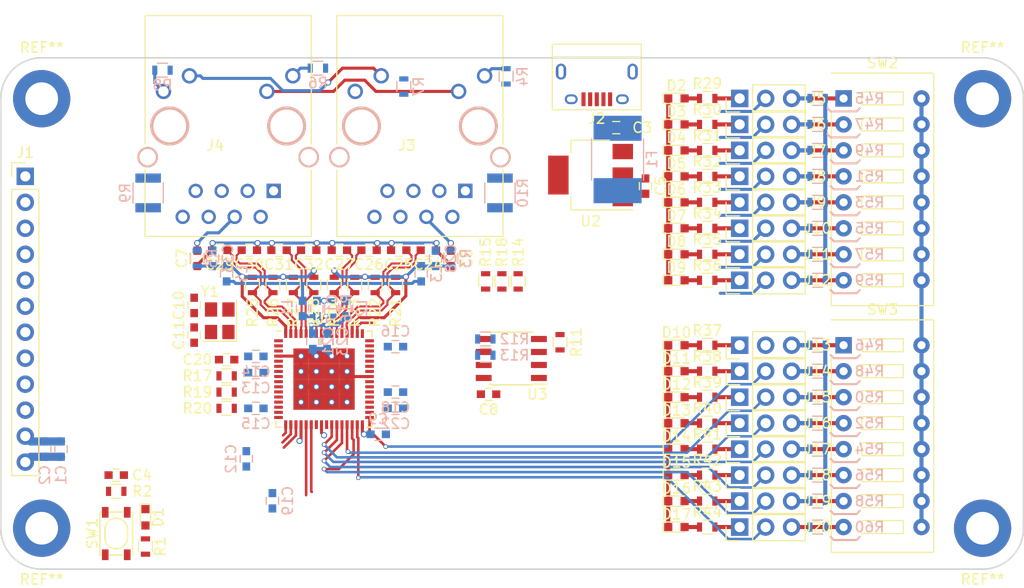
<source format=kicad_pcb>
(kicad_pcb (version 4) (host pcbnew 4.0.6)
  (layers (0 F.Cu signal) (31 B.Cu signal) (34 B.Paste user) (35 F.Paste user) (36 B.SilkS user) (37 F.SilkS user) (38 B.Mask user) (39 F.Mask user) (44 Edge.Cuts user))
  (net 0 "")
  (net 1 +3V3)
  (net 2 GND)
  (net 3 +5V)
  (net 4 RESET)
  (net 5 "Net-(C6-Pad2)")
  (net 6 "Net-(C7-Pad2)")
  (net 7 "Net-(C10-Pad2)")
  (net 8 "Net-(C11-Pad1)")
  (net 9 "Net-(C17-Pad1)")
  (net 10 "Net-(C18-Pad1)")
  (net 11 "Net-(C21-Pad2)")
  (net 12 /TX1_N)
  (net 13 /TX1_P)
  (net 14 /RX1_N)
  (net 15 /RX1_P)
  (net 16 /LAN9252/VDD33TXRX1)
  (net 17 /TX2_N)
  (net 18 /TX2_P)
  (net 19 /RX2_N)
  (net 20 /RX2_P)
  (net 21 /LAN9252/VDD33TXRX2)
  (net 22 "Net-(D1-Pad2)")
  (net 23 "Net-(D2-Pad2)")
  (net 24 "Net-(D3-Pad2)")
  (net 25 "Net-(D4-Pad2)")
  (net 26 "Net-(D5-Pad2)")
  (net 27 "Net-(D6-Pad2)")
  (net 28 "Net-(D7-Pad2)")
  (net 29 "Net-(D8-Pad2)")
  (net 30 "Net-(D9-Pad2)")
  (net 31 "Net-(D10-Pad2)")
  (net 32 "Net-(D11-Pad2)")
  (net 33 "Net-(D12-Pad2)")
  (net 34 "Net-(D13-Pad2)")
  (net 35 "Net-(D14-Pad2)")
  (net 36 "Net-(D15-Pad2)")
  (net 37 "Net-(D16-Pad2)")
  (net 38 "Net-(D17-Pad2)")
  (net 39 "Net-(F1-Pad2)")
  (net 40 LATCH0)
  (net 41 LATCH1)
  (net 42 IRQ)
  (net 43 ~SCS)
  (net 44 SCK)
  (net 45 SI/SIO0)
  (net 46 SO/SIO1)
  (net 47 SIO2)
  (net 48 SIO3)
  (net 49 GNDPWR)
  (net 50 "Net-(J3-Pad12)")
  (net 51 /LAN9252/RUNLED)
  (net 52 "Net-(J3-Pad9)")
  (net 53 "Net-(J4-Pad12)")
  (net 54 "Net-(J4-Pad9)")
  (net 55 OUT_DGIO0)
  (net 56 GPIO0)
  (net 57 IN_DGIO0)
  (net 58 OUT_DGIO1)
  (net 59 GPIO1)
  (net 60 IN_DGIO1)
  (net 61 OUT_DGIO2)
  (net 62 GPIO2)
  (net 63 IN_DGIO2)
  (net 64 OUT_DGIO3)
  (net 65 GPIO3)
  (net 66 IN_DGIO3)
  (net 67 OUT_DGIO4)
  (net 68 GPIO4)
  (net 69 IN_DGIO4)
  (net 70 OUT_DGIO5)
  (net 71 GPIO5)
  (net 72 IN_DGIO5)
  (net 73 OUT_DGIO6)
  (net 74 GPIO6)
  (net 75 IN_DGIO6)
  (net 76 OUT_DGIO7)
  (net 77 GPIO7)
  (net 78 IN_DGIO7)
  (net 79 OUT_DGIO8)
  (net 80 GPIO8)
  (net 81 IN_DGIO8)
  (net 82 OUT_DGIO9)
  (net 83 GPIO9)
  (net 84 IN_DGIO9)
  (net 85 OUT_DGIO10)
  (net 86 GPIO10)
  (net 87 IN_DGIO10)
  (net 88 OUT_DGIO11)
  (net 89 GPIO11)
  (net 90 IN_DGIO11)
  (net 91 OUT_DGIO12)
  (net 92 GPIO12)
  (net 93 IN_DGIO12)
  (net 94 OUT_DGIO13)
  (net 95 GPIO13)
  (net 96 IN_DGIO13)
  (net 97 OUT_DGIO14)
  (net 98 GPIO14)
  (net 99 IN_DGIO14)
  (net 100 OUT_DGIO15)
  (net 101 GPIO15)
  (net 102 IN_DGIO15)
  (net 103 /LAN9252/LINKACTLED0)
  (net 104 /LAN9252/LINKACTLED1)
  (net 105 "Net-(R11-Pad1)")
  (net 106 "Net-(R12-Pad2)")
  (net 107 "Net-(R13-Pad2)")
  (net 108 "Net-(R16-Pad1)")
  (net 109 "Net-(R17-Pad2)")
  (net 110 "Net-(R19-Pad1)")
  (net 111 "Net-(R20-Pad2)")
  (module Pin_Headers:Pin_Header_Straight_1x03_Pitch2.54mm (layer F.Cu) (at 222.25 90.805 90)
    (fp_text reference J18 (at 0 7.62 180) (layer F.SilkS))
    (fp_text value CONN_01X03)
    (pad 1 thru_hole rect (at 0 0 90) (size 1.7 1.7) (drill 1) (layers *.Cu *.Mask) (net 94 OUT_DGIO13))
    (pad 2 thru_hole oval (at 0 2.54 90) (size 1.7 1.7) (drill 1) (layers *.Cu *.Mask) (net 95 GPIO13))
    (pad 3 thru_hole oval (at 0 5.08 90) (size 1.7 1.7) (drill 1) (layers *.Cu *.Mask) (net 96 IN_DGIO13))
  )
  (module Connect:RJ45_J0011D21BNL (layer F.Cu) (at 190.984 56.667)
    (fp_text reference J3 (at -1.27 1.905) (layer F.SilkS))
    (fp_text value RJ45-PULSETRANS)
    (pad Hole thru_hole circle (at 5.715 0 90) (size 3.8 3.8) (drill 3.2) (layers *.Cu *.SilkS *.Mask))
    (pad Hole thru_hole circle (at -5.715 0 90) (size 3.8 3.8) (drill 3.2) (layers *.Cu *.SilkS *.Mask))
    (pad 8 thru_hole circle (at -4.445 8.89) (size 1.4 1.4) (drill 0.9) (layers *.Cu *.Mask) (net 49 GNDPWR))
    (pad 7 thru_hole circle (at -3.175 6.35) (size 1.4 1.4) (drill 0.9) (layers *.Cu *.Mask))
    (pad 6 thru_hole circle (at -1.905 8.89) (size 1.4 1.4) (drill 0.9) (layers *.Cu *.Mask) (net 14 /RX1_N))
    (pad 5 thru_hole circle (at -0.635 6.35) (size 1.4 1.4) (drill 0.9) (layers *.Cu *.Mask) (net 5 "Net-(C6-Pad2)"))
    (pad 4 thru_hole circle (at 0.635 8.89) (size 1.4 1.4) (drill 0.9) (layers *.Cu *.Mask) (net 5 "Net-(C6-Pad2)"))
    (pad 3 thru_hole circle (at 1.905 6.35) (size 1.4 1.4) (drill 0.9) (layers *.Cu *.Mask) (net 15 /RX1_P))
    (pad 2 thru_hole circle (at 3.175 8.89) (size 1.4 1.4) (drill 0.9) (layers *.Cu *.Mask) (net 12 /TX1_N))
    (pad 13 thru_hole circle (at -7.874 3.048) (size 2 2) (drill 1.6) (layers *.Cu *.SilkS *.Mask) (net 49 GNDPWR))
    (pad 12 thru_hole circle (at -6.3246 -3.3782 90) (size 1.5 1.5) (drill 1) (layers *.Cu *.Mask) (net 50 "Net-(J3-Pad12)"))
    (pad 10 thru_hole circle (at 3.7846 -3.3782) (size 1.5 1.5) (drill 1) (layers *.Cu *.Mask) (net 2 GND))
    (pad 11 thru_hole circle (at -3.7846 -4.9022 90) (size 1.5 1.5) (drill 1) (layers *.Cu *.Mask) (net 51 /LAN9252/RUNLED))
    (pad 9 thru_hole circle (at 6.3246 -4.9022 180) (size 1.5 1.5) (drill 1) (layers *.Cu *.Mask) (net 52 "Net-(J3-Pad9)"))
    (pad 1 thru_hole rect (at 4.445 6.35 90) (size 1.4 1.4) (drill 0.9) (layers *.Cu *.Mask) (net 13 /TX1_P))
    (pad 14 thru_hole circle (at 7.874 3.048 180) (size 2 2) (drill 1.6) (layers *.Cu *.SilkS *.Mask) (net 49 GNDPWR))
  )
  (module Capacitors_SMD:C_0603 (layer F.Cu) (at 174.3075 68.815)
    (fp_text reference C30 (at 0.0025 1.4) (layer F.SilkS))
    (fp_text value 10p)
    (pad 1 smd rect (at -0.75 0) (size 0.8 0.75) (layers F.Cu F.Paste F.Mask) (net 18 /TX2_P))
    (pad 2 smd rect (at 0.75 0) (size 0.8 0.75) (layers F.Cu F.Paste F.Mask) (net 2 GND))
  )
  (module Mounting_Holes:MountingHole_3.2mm_M3_DIN965_Pad (layer F.Cu) (at 154 96 180)
    (fp_text reference REF** (at 0 -5 180) (layer F.SilkS))
    (fp_text value MountingHole_3.2mm_M3_DIN965_Pad)
    (pad 1 thru_hole circle (at 0 0 180) (size 5.6 5.6) (drill 3.2) (layers *.Cu *.Mask))
  )
  (module Mounting_Holes:MountingHole_3.2mm_M3_DIN965_Pad (layer F.Cu) (at 246 54)
    (fp_text reference REF** (at 0 -5) (layer F.SilkS))
    (fp_text value MountingHole_3.2mm_M3_DIN965_Pad)
    (pad 1 thru_hole circle (at 0 0) (size 5.6 5.6) (drill 3.2) (layers *.Cu *.Mask))
  )
  (module Mounting_Holes:MountingHole_3.2mm_M3_DIN965_Pad (layer F.Cu) (at 246 96 180)
    (fp_text reference REF** (at 0 -5 180) (layer F.SilkS))
    (fp_text value MountingHole_3.2mm_M3_DIN965_Pad)
    (pad 1 thru_hole circle (at 0 0 180) (size 5.6 5.6) (drill 3.2) (layers *.Cu *.Mask))
  )
  (module Mounting_Holes:MountingHole_3.2mm_M3_DIN965_Pad (layer F.Cu) (at 154 54)
    (fp_text reference REF** (at 0 -5 180) (layer F.SilkS))
    (fp_text value MountingHole_3.2mm_M3_DIN965_Pad)
    (pad 1 thru_hole circle (at 0 0) (size 5.6 5.6) (drill 3.2) (layers *.Cu *.Mask))
  )
  (module Capacitors_SMD:C_0603 (layer B.Cu) (at 155.8925 88.265 270)
    (fp_text reference C1 (at 2.54 0 270) (layer B.SilkS) (effects (justify mirror)))
    (fp_text value 22u)
    (pad 1 smd rect (at -0.75 0 270) (size 0.8 0.75) (layers B.Cu B.Paste B.Mask) (net 1 +3V3))
    (pad 2 smd rect (at 0.75 0 270) (size 0.8 0.75) (layers B.Cu B.Paste B.Mask) (net 2 GND))
  )
  (module Capacitors_SMD:C_0603 (layer B.Cu) (at 154.305 88.265 270)
    (fp_text reference C2 (at 2.54 0 270) (layer B.SilkS) (effects (justify mirror)))
    (fp_text value 22u)
    (pad 1 smd rect (at -0.75 0 270) (size 0.8 0.75) (layers B.Cu B.Paste B.Mask) (net 1 +3V3))
    (pad 2 smd rect (at 0.75 0 270) (size 0.8 0.75) (layers B.Cu B.Paste B.Mask) (net 2 GND))
  )
  (module Capacitors_SMD:C_0603 (layer F.Cu) (at 210.185 56.8325 180)
    (fp_text reference C3 (at -2.54 0 180) (layer F.SilkS))
    (fp_text value 10u)
    (pad 1 smd rect (at -0.75 0 180) (size 0.8 0.75) (layers F.Cu F.Paste F.Mask) (net 3 +5V))
    (pad 2 smd rect (at 0.75 0 180) (size 0.8 0.75) (layers F.Cu F.Paste F.Mask) (net 2 GND))
  )
  (module Capacitors_SMD:C_0603 (layer F.Cu) (at 161.29 90.805 180)
    (fp_text reference C4 (at -2.54 0 180) (layer F.SilkS))
    (fp_text value 0.1u)
    (pad 1 smd rect (at -0.75 0 180) (size 0.8 0.75) (layers F.Cu F.Paste F.Mask) (net 2 GND))
    (pad 2 smd rect (at 0.75 0 180) (size 0.8 0.75) (layers F.Cu F.Paste F.Mask) (net 4 RESET))
  )
  (module Capacitors_SMD:C_0603 (layer F.Cu) (at 213.0425 62.5475 270)
    (fp_text reference C5 (at 0 -1.5 270) (layer F.SilkS))
    (fp_text value 22u)
    (pad 1 smd rect (at -0.75 0 270) (size 0.8 0.75) (layers F.Cu F.Paste F.Mask) (net 1 +3V3))
    (pad 2 smd rect (at 0.75 0 270) (size 0.8 0.75) (layers F.Cu F.Paste F.Mask) (net 2 GND))
  )
  (module Capacitors_SMD:C_0603 (layer F.Cu) (at 194.01 69.615 90)
    (fp_text reference C6 (at 0 1.5875 90) (layer F.SilkS))
    (fp_text value 0.022u)
    (pad 1 smd rect (at -0.75 0 90) (size 0.8 0.75) (layers F.Cu F.Paste F.Mask) (net 2 GND))
    (pad 2 smd rect (at 0.75 0 90) (size 0.8 0.75) (layers F.Cu F.Paste F.Mask) (net 5 "Net-(C6-Pad2)"))
  )
  (module Capacitors_SMD:C_0603 (layer F.Cu) (at 169.21 69.615 90)
    (fp_text reference C7 (at 0 -1.5 90) (layer F.SilkS))
    (fp_text value 0.022u)
    (pad 1 smd rect (at -0.75 0 90) (size 0.8 0.75) (layers F.Cu F.Paste F.Mask) (net 2 GND))
    (pad 2 smd rect (at 0.75 0 90) (size 0.8 0.75) (layers F.Cu F.Paste F.Mask) (net 6 "Net-(C7-Pad2)"))
  )
  (module Capacitors_SMD:C_0603 (layer F.Cu) (at 197.6975 82.895 180)
    (fp_text reference C8 (at 0 -1.5 180) (layer F.SilkS))
    (fp_text value 0.1u)
    (pad 1 smd rect (at -0.75 0 180) (size 0.8 0.75) (layers F.Cu F.Paste F.Mask) (net 2 GND))
    (pad 2 smd rect (at 0.75 0 180) (size 0.8 0.75) (layers F.Cu F.Paste F.Mask) (net 1 +3V3))
  )
  (module Capacitors_SMD:C_0603 (layer B.Cu) (at 186.91 86.815 180)
    (fp_text reference C9 (at 0 1.5 180) (layer B.SilkS) (effects (justify mirror)))
    (fp_text value 0.1u)
    (pad 1 smd rect (at -0.75 0 180) (size 0.8 0.75) (layers B.Cu B.Paste B.Mask) (net 2 GND))
    (pad 2 smd rect (at 0.75 0 180) (size 0.8 0.75) (layers B.Cu B.Paste B.Mask) (net 1 +3V3))
  )
  (module Capacitors_SMD:C_0603 (layer F.Cu) (at 168.91 74.215 90)
    (fp_text reference C10 (at 0 -1.5 90) (layer F.SilkS))
    (fp_text value 10p)
    (pad 1 smd rect (at -0.75 0 90) (size 0.8 0.75) (layers F.Cu F.Paste F.Mask) (net 2 GND))
    (pad 2 smd rect (at 0.75 0 90) (size 0.8 0.75) (layers F.Cu F.Paste F.Mask) (net 7 "Net-(C10-Pad2)"))
  )
  (module Capacitors_SMD:C_0603 (layer F.Cu) (at 168.91 77.115 90)
    (fp_text reference C11 (at 0 -1.5 90) (layer F.SilkS))
    (fp_text value 10p)
    (pad 1 smd rect (at -0.75 0 90) (size 0.8 0.75) (layers F.Cu F.Paste F.Mask) (net 8 "Net-(C11-Pad1)"))
    (pad 2 smd rect (at 0.75 0 90) (size 0.8 0.75) (layers F.Cu F.Paste F.Mask) (net 2 GND))
  )
  (module Capacitors_SMD:C_0603 (layer B.Cu) (at 174.01 89.215 270)
    (fp_text reference C12 (at 0 1.5 270) (layer B.SilkS) (effects (justify mirror)))
    (fp_text value 0.1u)
    (pad 1 smd rect (at -0.75 0 270) (size 0.8 0.75) (layers B.Cu B.Paste B.Mask) (net 2 GND))
    (pad 2 smd rect (at 0.75 0 270) (size 0.8 0.75) (layers B.Cu B.Paste B.Mask) (net 1 +3V3))
  )
  (module Capacitors_SMD:C_0603 (layer B.Cu) (at 174.9425 80.785)
    (fp_text reference C13 (at 0 1.5) (layer B.SilkS) (effects (justify mirror)))
    (fp_text value 0.1u)
    (pad 1 smd rect (at -0.75 0) (size 0.8 0.75) (layers B.Cu B.Paste B.Mask) (net 2 GND))
    (pad 2 smd rect (at 0.75 0) (size 0.8 0.75) (layers B.Cu B.Paste B.Mask) (net 1 +3V3))
  )
  (module Capacitors_SMD:C_0603 (layer B.Cu) (at 174.9425 79.1975)
    (fp_text reference C14 (at 0 1.5) (layer B.SilkS) (effects (justify mirror)))
    (fp_text value 0.1u)
    (pad 1 smd rect (at -0.75 0) (size 0.8 0.75) (layers B.Cu B.Paste B.Mask) (net 2 GND))
    (pad 2 smd rect (at 0.75 0) (size 0.8 0.75) (layers B.Cu B.Paste B.Mask) (net 1 +3V3))
  )
  (module Capacitors_SMD:C_0603 (layer B.Cu) (at 174.9425 84.2775)
    (fp_text reference C15 (at 0 1.5) (layer B.SilkS) (effects (justify mirror)))
    (fp_text value 0.1u)
    (pad 1 smd rect (at -0.75 0) (size 0.8 0.75) (layers B.Cu B.Paste B.Mask) (net 2 GND))
    (pad 2 smd rect (at 0.75 0) (size 0.8 0.75) (layers B.Cu B.Paste B.Mask) (net 1 +3V3))
  )
  (module Capacitors_SMD:C_0603 (layer B.Cu) (at 188.595 78.245 180)
    (fp_text reference C16 (at 0 1.5 180) (layer B.SilkS) (effects (justify mirror)))
    (fp_text value 0.1u)
    (pad 1 smd rect (at -0.75 0 180) (size 0.8 0.75) (layers B.Cu B.Paste B.Mask) (net 2 GND))
    (pad 2 smd rect (at 0.75 0 180) (size 0.8 0.75) (layers B.Cu B.Paste B.Mask) (net 1 +3V3))
  )
  (module Capacitors_SMD:C_0603 (layer B.Cu) (at 180.91 74.515 90)
    (fp_text reference C17 (at 0 1.5 90) (layer B.SilkS) (effects (justify mirror)))
    (fp_text value 0.1u)
    (pad 1 smd rect (at -0.75 0 90) (size 0.8 0.75) (layers B.Cu B.Paste B.Mask) (net 9 "Net-(C17-Pad1)"))
    (pad 2 smd rect (at 0.75 0 90) (size 0.8 0.75) (layers B.Cu B.Paste B.Mask) (net 2 GND))
  )
  (module Capacitors_SMD:C_0603 (layer B.Cu) (at 188.595 82.69)
    (fp_text reference C18 (at 0 1.5) (layer B.SilkS) (effects (justify mirror)))
    (fp_text value 1u)
    (pad 1 smd rect (at -0.75 0) (size 0.8 0.75) (layers B.Cu B.Paste B.Mask) (net 10 "Net-(C18-Pad1)"))
    (pad 2 smd rect (at 0.75 0) (size 0.8 0.75) (layers B.Cu B.Paste B.Mask) (net 2 GND))
  )
  (module Capacitors_SMD:C_0603 (layer B.Cu) (at 176.56 93.315 90)
    (fp_text reference C19 (at 0 1.5 90) (layer B.SilkS) (effects (justify mirror)))
    (fp_text value 470p)
    (pad 1 smd rect (at -0.75 0 90) (size 0.8 0.75) (layers B.Cu B.Paste B.Mask) (net 10 "Net-(C18-Pad1)"))
    (pad 2 smd rect (at 0.75 0 90) (size 0.8 0.75) (layers B.Cu B.Paste B.Mask) (net 2 GND))
  )
  (module Capacitors_SMD:C_0603 (layer F.Cu) (at 172.085 79.515 180)
    (fp_text reference C20 (at 2.8575 0 180) (layer F.SilkS))
    (fp_text value 0.1u)
    (pad 1 smd rect (at -0.75 0 180) (size 0.8 0.75) (layers F.Cu F.Paste F.Mask) (net 10 "Net-(C18-Pad1)"))
    (pad 2 smd rect (at 0.75 0 180) (size 0.8 0.75) (layers F.Cu F.Paste F.Mask) (net 2 GND))
  )
  (module Capacitors_SMD:C_0603 (layer B.Cu) (at 180.51 77.715 90)
    (fp_text reference C21 (at 0 1.5 90) (layer B.SilkS) (effects (justify mirror)))
    (fp_text value 0.1u)
    (pad 1 smd rect (at -0.75 0 90) (size 0.8 0.75) (layers B.Cu B.Paste B.Mask) (net 2 GND))
    (pad 2 smd rect (at 0.75 0 90) (size 0.8 0.75) (layers B.Cu B.Paste B.Mask) (net 11 "Net-(C21-Pad2)"))
  )
  (module Capacitors_SMD:C_0603 (layer B.Cu) (at 188.595 84.2775)
    (fp_text reference C22 (at 0 1.5) (layer B.SilkS) (effects (justify mirror)))
    (fp_text value 0.1u)
    (pad 1 smd rect (at -0.75 0) (size 0.8 0.75) (layers B.Cu B.Paste B.Mask) (net 10 "Net-(C18-Pad1)"))
    (pad 2 smd rect (at 0.75 0) (size 0.8 0.75) (layers B.Cu B.Paste B.Mask) (net 2 GND))
  )
  (module Capacitors_SMD:C_0603 (layer B.Cu) (at 181.91 77.715 90)
    (fp_text reference C23 (at 0 1.5 90) (layer B.SilkS) (effects (justify mirror)))
    (fp_text value 0.1u)
    (pad 1 smd rect (at -0.75 0 90) (size 0.8 0.75) (layers B.Cu B.Paste B.Mask) (net 2 GND))
    (pad 2 smd rect (at 0.75 0 90) (size 0.8 0.75) (layers B.Cu B.Paste B.Mask) (net 11 "Net-(C21-Pad2)"))
  )
  (module Capacitors_SMD:C_0603 (layer F.Cu) (at 191.81 68.815)
    (fp_text reference C24 (at 0 1.4) (layer F.SilkS))
    (fp_text value 10p)
    (pad 1 smd rect (at -0.75 0) (size 0.8 0.75) (layers F.Cu F.Paste F.Mask) (net 12 /TX1_N))
    (pad 2 smd rect (at 0.75 0) (size 0.8 0.75) (layers F.Cu F.Paste F.Mask) (net 2 GND))
  )
  (module Capacitors_SMD:C_0603 (layer F.Cu) (at 188.9125 68.815 180)
    (fp_text reference C25 (at 0 -1.4 180) (layer F.SilkS))
    (fp_text value 10p)
    (pad 1 smd rect (at -0.75 0 180) (size 0.8 0.75) (layers F.Cu F.Paste F.Mask) (net 13 /TX1_P))
    (pad 2 smd rect (at 0.75 0 180) (size 0.8 0.75) (layers F.Cu F.Paste F.Mask) (net 2 GND))
  )
  (module Capacitors_SMD:C_0603 (layer F.Cu) (at 186.01 68.815)
    (fp_text reference C26 (at 0 1.4) (layer F.SilkS))
    (fp_text value 10p)
    (pad 1 smd rect (at -0.75 0) (size 0.8 0.75) (layers F.Cu F.Paste F.Mask) (net 14 /RX1_N))
    (pad 2 smd rect (at 0.75 0) (size 0.8 0.75) (layers F.Cu F.Paste F.Mask) (net 2 GND))
  )
  (module Capacitors_SMD:C_0603 (layer F.Cu) (at 183.11 68.815 180)
    (fp_text reference C27 (at 0 -1.4 180) (layer F.SilkS))
    (fp_text value 10p)
    (pad 1 smd rect (at -0.75 0 180) (size 0.8 0.75) (layers F.Cu F.Paste F.Mask) (net 15 /RX1_P))
    (pad 2 smd rect (at 0.75 0 180) (size 0.8 0.75) (layers F.Cu F.Paste F.Mask) (net 2 GND))
  )
  (module Capacitors_SMD:C_0603 (layer B.Cu) (at 192.51 69.615 90)
    (fp_text reference C28 (at 0 1.5 90) (layer B.SilkS) (effects (justify mirror)))
    (fp_text value 0.1u)
    (pad 1 smd rect (at -0.75 0 90) (size 0.8 0.75) (layers B.Cu B.Paste B.Mask) (net 16 /LAN9252/VDD33TXRX1))
    (pad 2 smd rect (at 0.75 0 90) (size 0.8 0.75) (layers B.Cu B.Paste B.Mask) (net 2 GND))
  )
  (module Capacitors_SMD:C_0603 (layer F.Cu) (at 171.41 68.815 180)
    (fp_text reference C29 (at 0 -1.4 180) (layer F.SilkS))
    (fp_text value 10p)
    (pad 1 smd rect (at -0.75 0 180) (size 0.8 0.75) (layers F.Cu F.Paste F.Mask) (net 17 /TX2_N))
    (pad 2 smd rect (at 0.75 0 180) (size 0.8 0.75) (layers F.Cu F.Paste F.Mask) (net 2 GND))
  )
  (module Capacitors_SMD:C_0603 (layer F.Cu) (at 177.21 68.815 180)
    (fp_text reference C31 (at 0 -1.4 180) (layer F.SilkS))
    (fp_text value 10p)
    (pad 1 smd rect (at -0.75 0 180) (size 0.8 0.75) (layers F.Cu F.Paste F.Mask) (net 19 /RX2_N))
    (pad 2 smd rect (at 0.75 0 180) (size 0.8 0.75) (layers F.Cu F.Paste F.Mask) (net 2 GND))
  )
  (module Capacitors_SMD:C_0603 (layer F.Cu) (at 180.11 68.815)
    (fp_text reference C32 (at 0 1.4) (layer F.SilkS))
    (fp_text value 10p)
    (pad 1 smd rect (at -0.75 0) (size 0.8 0.75) (layers F.Cu F.Paste F.Mask) (net 20 /RX2_P))
    (pad 2 smd rect (at 0.75 0) (size 0.8 0.75) (layers F.Cu F.Paste F.Mask) (net 2 GND))
  )
  (module Capacitors_SMD:C_0603 (layer B.Cu) (at 170.71 69.615 90)
    (fp_text reference C33 (at 0 1.5 90) (layer B.SilkS) (effects (justify mirror)))
    (fp_text value 0.1u)
    (pad 1 smd rect (at -0.75 0 90) (size 0.8 0.75) (layers B.Cu B.Paste B.Mask) (net 21 /LAN9252/VDD33TXRX2))
    (pad 2 smd rect (at 0.75 0 90) (size 0.8 0.75) (layers B.Cu B.Paste B.Mask) (net 2 GND))
  )
  (module LEDs:LED_0603 (layer F.Cu) (at 164.1475 94.9325 270)
    (fp_text reference D1 (at 0 -1.25 270) (layer F.SilkS))
    (fp_text value LED)
    (pad 2 smd rect (at 0.8 0 90) (size 0.8 0.8) (layers F.Cu F.Paste F.Mask) (net 22 "Net-(D1-Pad2)"))
    (pad 1 smd rect (at -0.8 0 90) (size 0.8 0.8) (layers F.Cu F.Paste F.Mask) (net 2 GND))
  )
  (module LEDs:LED_0603 (layer F.Cu) (at 216.065 53.975)
    (fp_text reference D2 (at 0 -1.25) (layer F.SilkS))
    (fp_text value LED)
    (pad 2 smd rect (at 0.8 0 180) (size 0.8 0.8) (layers F.Cu F.Paste F.Mask) (net 23 "Net-(D2-Pad2)"))
    (pad 1 smd rect (at -0.8 0 180) (size 0.8 0.8) (layers F.Cu F.Paste F.Mask) (net 2 GND))
  )
  (module LEDs:LED_0603 (layer F.Cu) (at 216.065 56.515)
    (fp_text reference D3 (at 0 -1.25) (layer F.SilkS))
    (fp_text value LED)
    (pad 2 smd rect (at 0.8 0 180) (size 0.8 0.8) (layers F.Cu F.Paste F.Mask) (net 24 "Net-(D3-Pad2)"))
    (pad 1 smd rect (at -0.8 0 180) (size 0.8 0.8) (layers F.Cu F.Paste F.Mask) (net 2 GND))
  )
  (module LEDs:LED_0603 (layer F.Cu) (at 216.065 59.055)
    (fp_text reference D4 (at 0 -1.25) (layer F.SilkS))
    (fp_text value LED)
    (pad 2 smd rect (at 0.8 0 180) (size 0.8 0.8) (layers F.Cu F.Paste F.Mask) (net 25 "Net-(D4-Pad2)"))
    (pad 1 smd rect (at -0.8 0 180) (size 0.8 0.8) (layers F.Cu F.Paste F.Mask) (net 2 GND))
  )
  (module LEDs:LED_0603 (layer F.Cu) (at 216.065 61.595)
    (fp_text reference D5 (at 0 -1.25) (layer F.SilkS))
    (fp_text value LED)
    (pad 2 smd rect (at 0.8 0 180) (size 0.8 0.8) (layers F.Cu F.Paste F.Mask) (net 26 "Net-(D5-Pad2)"))
    (pad 1 smd rect (at -0.8 0 180) (size 0.8 0.8) (layers F.Cu F.Paste F.Mask) (net 2 GND))
  )
  (module LEDs:LED_0603 (layer F.Cu) (at 216.065 64.135)
    (fp_text reference D6 (at 0 -1.25) (layer F.SilkS))
    (fp_text value LED)
    (pad 2 smd rect (at 0.8 0 180) (size 0.8 0.8) (layers F.Cu F.Paste F.Mask) (net 27 "Net-(D6-Pad2)"))
    (pad 1 smd rect (at -0.8 0 180) (size 0.8 0.8) (layers F.Cu F.Paste F.Mask) (net 2 GND))
  )
  (module LEDs:LED_0603 (layer F.Cu) (at 216.065 66.675)
    (fp_text reference D7 (at 0 -1.25) (layer F.SilkS))
    (fp_text value LED)
    (pad 2 smd rect (at 0.8 0 180) (size 0.8 0.8) (layers F.Cu F.Paste F.Mask) (net 28 "Net-(D7-Pad2)"))
    (pad 1 smd rect (at -0.8 0 180) (size 0.8 0.8) (layers F.Cu F.Paste F.Mask) (net 2 GND))
  )
  (module LEDs:LED_0603 (layer F.Cu) (at 216.065 69.215)
    (fp_text reference D8 (at 0 -1.25) (layer F.SilkS))
    (fp_text value LED)
    (pad 2 smd rect (at 0.8 0 180) (size 0.8 0.8) (layers F.Cu F.Paste F.Mask) (net 29 "Net-(D8-Pad2)"))
    (pad 1 smd rect (at -0.8 0 180) (size 0.8 0.8) (layers F.Cu F.Paste F.Mask) (net 2 GND))
  )
  (module LEDs:LED_0603 (layer F.Cu) (at 216.065 71.755)
    (fp_text reference D9 (at 0 -1.25) (layer F.SilkS))
    (fp_text value LED)
    (pad 2 smd rect (at 0.8 0 180) (size 0.8 0.8) (layers F.Cu F.Paste F.Mask) (net 30 "Net-(D9-Pad2)"))
    (pad 1 smd rect (at -0.8 0 180) (size 0.8 0.8) (layers F.Cu F.Paste F.Mask) (net 2 GND))
  )
  (module LEDs:LED_0603 (layer F.Cu) (at 216.065 78.105)
    (fp_text reference D10 (at 0 -1.25) (layer F.SilkS))
    (fp_text value LED)
    (pad 2 smd rect (at 0.8 0 180) (size 0.8 0.8) (layers F.Cu F.Paste F.Mask) (net 31 "Net-(D10-Pad2)"))
    (pad 1 smd rect (at -0.8 0 180) (size 0.8 0.8) (layers F.Cu F.Paste F.Mask) (net 2 GND))
  )
  (module LEDs:LED_0603 (layer F.Cu) (at 216.065 80.645)
    (fp_text reference D11 (at 0 -1.25) (layer F.SilkS))
    (fp_text value LED)
    (pad 2 smd rect (at 0.8 0 180) (size 0.8 0.8) (layers F.Cu F.Paste F.Mask) (net 32 "Net-(D11-Pad2)"))
    (pad 1 smd rect (at -0.8 0 180) (size 0.8 0.8) (layers F.Cu F.Paste F.Mask) (net 2 GND))
  )
  (module LEDs:LED_0603 (layer F.Cu) (at 216.065 83.185)
    (fp_text reference D12 (at 0 -1.25) (layer F.SilkS))
    (fp_text value LED)
    (pad 2 smd rect (at 0.8 0 180) (size 0.8 0.8) (layers F.Cu F.Paste F.Mask) (net 33 "Net-(D12-Pad2)"))
    (pad 1 smd rect (at -0.8 0 180) (size 0.8 0.8) (layers F.Cu F.Paste F.Mask) (net 2 GND))
  )
  (module LEDs:LED_0603 (layer F.Cu) (at 216.065 85.725)
    (fp_text reference D13 (at 0 -1.25) (layer F.SilkS))
    (fp_text value LED)
    (pad 2 smd rect (at 0.8 0 180) (size 0.8 0.8) (layers F.Cu F.Paste F.Mask) (net 34 "Net-(D13-Pad2)"))
    (pad 1 smd rect (at -0.8 0 180) (size 0.8 0.8) (layers F.Cu F.Paste F.Mask) (net 2 GND))
  )
  (module LEDs:LED_0603 (layer F.Cu) (at 216.065 88.265)
    (fp_text reference D14 (at 0 -1.25) (layer F.SilkS))
    (fp_text value LED)
    (pad 2 smd rect (at 0.8 0 180) (size 0.8 0.8) (layers F.Cu F.Paste F.Mask) (net 35 "Net-(D14-Pad2)"))
    (pad 1 smd rect (at -0.8 0 180) (size 0.8 0.8) (layers F.Cu F.Paste F.Mask) (net 2 GND))
  )
  (module LEDs:LED_0603 (layer F.Cu) (at 216.065 90.805)
    (fp_text reference D15 (at 0 -1.25) (layer F.SilkS))
    (fp_text value LED)
    (pad 2 smd rect (at 0.8 0 180) (size 0.8 0.8) (layers F.Cu F.Paste F.Mask) (net 36 "Net-(D15-Pad2)"))
    (pad 1 smd rect (at -0.8 0 180) (size 0.8 0.8) (layers F.Cu F.Paste F.Mask) (net 2 GND))
  )
  (module LEDs:LED_0603 (layer F.Cu) (at 216.065 93.345)
    (fp_text reference D16 (at 0 -1.25) (layer F.SilkS))
    (fp_text value LED)
    (pad 2 smd rect (at 0.8 0 180) (size 0.8 0.8) (layers F.Cu F.Paste F.Mask) (net 37 "Net-(D16-Pad2)"))
    (pad 1 smd rect (at -0.8 0 180) (size 0.8 0.8) (layers F.Cu F.Paste F.Mask) (net 2 GND))
  )
  (module LEDs:LED_0603 (layer F.Cu) (at 216.065 95.885)
    (fp_text reference D17 (at 0 -1.25) (layer F.SilkS))
    (fp_text value LED)
    (pad 2 smd rect (at 0.8 0 180) (size 0.8 0.8) (layers F.Cu F.Paste F.Mask) (net 38 "Net-(D17-Pad2)"))
    (pad 1 smd rect (at -0.8 0 180) (size 0.8 0.8) (layers F.Cu F.Paste F.Mask) (net 2 GND))
  )
  (module Resistors_SMD:R_2816 (layer B.Cu) (at 210.312 59.944 90)
    (fp_text reference F1 (at 0 3.36 90) (layer B.SilkS) (effects (justify mirror)))
    (fp_text value Fuse)
    (pad 1 smd rect (at -3.05 0 90) (size 2.45 4.7) (layers B.Cu B.Paste B.Mask) (net 3 +5V))
    (pad 2 smd rect (at 3.05 0 90) (size 2.45 4.7) (layers B.Cu B.Paste B.Mask) (net 39 "Net-(F1-Pad2)"))
  )
  (module Pin_Headers:Pin_Header_Straight_1x12_Pitch2.54mm (layer F.Cu) (at 152.4 61.595)
    (fp_text reference J1 (at 0 -2.33) (layer F.SilkS))
    (fp_text value CONN_01X12)
    (pad 1 thru_hole rect (at 0 0) (size 1.7 1.7) (drill 1) (layers *.Cu *.Mask) (net 40 LATCH0))
    (pad 2 thru_hole oval (at 0 2.54) (size 1.7 1.7) (drill 1) (layers *.Cu *.Mask) (net 41 LATCH1))
    (pad 3 thru_hole oval (at 0 5.08) (size 1.7 1.7) (drill 1) (layers *.Cu *.Mask) (net 42 IRQ))
    (pad 4 thru_hole oval (at 0 7.62) (size 1.7 1.7) (drill 1) (layers *.Cu *.Mask) (net 4 RESET))
    (pad 5 thru_hole oval (at 0 10.16) (size 1.7 1.7) (drill 1) (layers *.Cu *.Mask) (net 43 ~SCS))
    (pad 6 thru_hole oval (at 0 12.7) (size 1.7 1.7) (drill 1) (layers *.Cu *.Mask) (net 44 SCK))
    (pad 7 thru_hole oval (at 0 15.24) (size 1.7 1.7) (drill 1) (layers *.Cu *.Mask) (net 45 SI/SIO0))
    (pad 8 thru_hole oval (at 0 17.78) (size 1.7 1.7) (drill 1) (layers *.Cu *.Mask) (net 46 SO/SIO1))
    (pad 9 thru_hole oval (at 0 20.32) (size 1.7 1.7) (drill 1) (layers *.Cu *.Mask) (net 47 SIO2))
    (pad 10 thru_hole oval (at 0 22.86) (size 1.7 1.7) (drill 1) (layers *.Cu *.Mask) (net 48 SIO3))
    (pad 11 thru_hole oval (at 0 25.4) (size 1.7 1.7) (drill 1) (layers *.Cu *.Mask) (net 1 +3V3))
    (pad 12 thru_hole oval (at 0 27.94) (size 1.7 1.7) (drill 1) (layers *.Cu *.Mask) (net 2 GND))
  )
  (module Connect:USB_Micro-B (layer F.Cu) (at 208.28 52.705 180)
    (fp_text reference J2 (at 0 -3.24 180) (layer F.SilkS))
    (fp_text value USB_OTG)
    (pad 1 smd rect (at -1.3 -1.35 270) (size 1.35 0.4) (layers F.Cu F.Paste F.Mask) (net 39 "Net-(F1-Pad2)"))
    (pad 2 smd rect (at -0.65 -1.35 270) (size 1.35 0.4) (layers F.Cu F.Paste F.Mask))
    (pad 3 smd rect (at 0 -1.35 270) (size 1.35 0.4) (layers F.Cu F.Paste F.Mask))
    (pad 4 smd rect (at 0.65 -1.35 270) (size 1.35 0.4) (layers F.Cu F.Paste F.Mask))
    (pad 5 smd rect (at 1.3 -1.35 270) (size 1.35 0.4) (layers F.Cu F.Paste F.Mask) (net 2 GND))
    (pad 6 thru_hole oval (at -2.5 -1.35 270) (size 0.95 1.25) (drill oval 0.55 0.85) (layers *.Cu *.Mask) (net 2 GND))
    (pad 6 thru_hole oval (at 2.5 -1.35 270) (size 0.95 1.25) (drill oval 0.55 0.85) (layers *.Cu *.Mask) (net 2 GND))
    (pad 6 thru_hole oval (at -3.5 1.35 270) (size 1.55 1) (drill oval 1.15 0.5) (layers *.Cu *.Mask) (net 2 GND))
    (pad 6 thru_hole oval (at 3.5 1.35 270) (size 1.55 1) (drill oval 1.15 0.5) (layers *.Cu *.Mask) (net 2 GND))
  )
  (module Connect:RJ45_J0011D21BNL (layer F.Cu) (at 172.236 56.667)
    (fp_text reference J4 (at -1.27 1.905) (layer F.SilkS))
    (fp_text value RJ45-PULSETRANS)
    (pad Hole thru_hole circle (at 5.715 0 90) (size 3.8 3.8) (drill 3.2) (layers *.Cu *.SilkS *.Mask))
    (pad Hole thru_hole circle (at -5.715 0 90) (size 3.8 3.8) (drill 3.2) (layers *.Cu *.SilkS *.Mask))
    (pad 8 thru_hole circle (at -4.445 8.89) (size 1.4 1.4) (drill 0.9) (layers *.Cu *.Mask) (net 49 GNDPWR))
    (pad 7 thru_hole circle (at -3.175 6.35) (size 1.4 1.4) (drill 0.9) (layers *.Cu *.Mask))
    (pad 6 thru_hole circle (at -1.905 8.89) (size 1.4 1.4) (drill 0.9) (layers *.Cu *.Mask) (net 19 /RX2_N))
    (pad 5 thru_hole circle (at -0.635 6.35) (size 1.4 1.4) (drill 0.9) (layers *.Cu *.Mask) (net 6 "Net-(C7-Pad2)"))
    (pad 4 thru_hole circle (at 0.635 8.89) (size 1.4 1.4) (drill 0.9) (layers *.Cu *.Mask) (net 6 "Net-(C7-Pad2)"))
    (pad 3 thru_hole circle (at 1.905 6.35) (size 1.4 1.4) (drill 0.9) (layers *.Cu *.Mask) (net 20 /RX2_P))
    (pad 2 thru_hole circle (at 3.175 8.89) (size 1.4 1.4) (drill 0.9) (layers *.Cu *.Mask) (net 17 /TX2_N))
    (pad 13 thru_hole circle (at -7.874 3.048) (size 2 2) (drill 1.6) (layers *.Cu *.SilkS *.Mask) (net 49 GNDPWR))
    (pad 12 thru_hole circle (at -6.3246 -3.3782 90) (size 1.5 1.5) (drill 1) (layers *.Cu *.Mask) (net 53 "Net-(J4-Pad12)"))
    (pad 10 thru_hole circle (at 3.7846 -3.3782) (size 1.5 1.5) (drill 1) (layers *.Cu *.Mask) (net 2 GND))
    (pad 11 thru_hole circle (at -3.7846 -4.9022 90) (size 1.5 1.5) (drill 1) (layers *.Cu *.Mask) (net 51 /LAN9252/RUNLED))
    (pad 9 thru_hole circle (at 6.3246 -4.9022 180) (size 1.5 1.5) (drill 1) (layers *.Cu *.Mask) (net 54 "Net-(J4-Pad9)"))
    (pad 1 thru_hole rect (at 4.445 6.35 90) (size 1.4 1.4) (drill 0.9) (layers *.Cu *.Mask) (net 18 /TX2_P))
    (pad 14 thru_hole circle (at 7.874 3.048 180) (size 2 2) (drill 1.6) (layers *.Cu *.SilkS *.Mask) (net 49 GNDPWR))
  )
  (module Pin_Headers:Pin_Header_Straight_1x03_Pitch2.54mm (layer F.Cu) (at 222.25 53.975 90)
    (fp_text reference J5 (at 0 7.62 180) (layer F.SilkS))
    (fp_text value CONN_01X03)
    (pad 1 thru_hole rect (at 0 0 90) (size 1.7 1.7) (drill 1) (layers *.Cu *.Mask) (net 55 OUT_DGIO0))
    (pad 2 thru_hole oval (at 0 2.54 90) (size 1.7 1.7) (drill 1) (layers *.Cu *.Mask) (net 56 GPIO0))
    (pad 3 thru_hole oval (at 0 5.08 90) (size 1.7 1.7) (drill 1) (layers *.Cu *.Mask) (net 57 IN_DGIO0))
  )
  (module Pin_Headers:Pin_Header_Straight_1x03_Pitch2.54mm (layer F.Cu) (at 222.25 56.515 90)
    (fp_text reference J6 (at 0 7.62 180) (layer F.SilkS))
    (fp_text value CONN_01X03)
    (pad 1 thru_hole rect (at 0 0 90) (size 1.7 1.7) (drill 1) (layers *.Cu *.Mask) (net 58 OUT_DGIO1))
    (pad 2 thru_hole oval (at 0 2.54 90) (size 1.7 1.7) (drill 1) (layers *.Cu *.Mask) (net 59 GPIO1))
    (pad 3 thru_hole oval (at 0 5.08 90) (size 1.7 1.7) (drill 1) (layers *.Cu *.Mask) (net 60 IN_DGIO1))
  )
  (module Pin_Headers:Pin_Header_Straight_1x03_Pitch2.54mm (layer F.Cu) (at 222.25 59.055 90)
    (fp_text reference J7 (at 0 7.62 180) (layer F.SilkS))
    (fp_text value CONN_01X03)
    (pad 1 thru_hole rect (at 0 0 90) (size 1.7 1.7) (drill 1) (layers *.Cu *.Mask) (net 61 OUT_DGIO2))
    (pad 2 thru_hole oval (at 0 2.54 90) (size 1.7 1.7) (drill 1) (layers *.Cu *.Mask) (net 62 GPIO2))
    (pad 3 thru_hole oval (at 0 5.08 90) (size 1.7 1.7) (drill 1) (layers *.Cu *.Mask) (net 63 IN_DGIO2))
  )
  (module Pin_Headers:Pin_Header_Straight_1x03_Pitch2.54mm (layer F.Cu) (at 222.25 61.595 90)
    (fp_text reference J8 (at 0 7.62 180) (layer F.SilkS))
    (fp_text value CONN_01X03)
    (pad 1 thru_hole rect (at 0 0 90) (size 1.7 1.7) (drill 1) (layers *.Cu *.Mask) (net 64 OUT_DGIO3))
    (pad 2 thru_hole oval (at 0 2.54 90) (size 1.7 1.7) (drill 1) (layers *.Cu *.Mask) (net 65 GPIO3))
    (pad 3 thru_hole oval (at 0 5.08 90) (size 1.7 1.7) (drill 1) (layers *.Cu *.Mask) (net 66 IN_DGIO3))
  )
  (module Pin_Headers:Pin_Header_Straight_1x03_Pitch2.54mm (layer F.Cu) (at 222.25 64.135 90)
    (fp_text reference J9 (at 0 7.62 180) (layer F.SilkS))
    (fp_text value CONN_01X03)
    (pad 1 thru_hole rect (at 0 0 90) (size 1.7 1.7) (drill 1) (layers *.Cu *.Mask) (net 67 OUT_DGIO4))
    (pad 2 thru_hole oval (at 0 2.54 90) (size 1.7 1.7) (drill 1) (layers *.Cu *.Mask) (net 68 GPIO4))
    (pad 3 thru_hole oval (at 0 5.08 90) (size 1.7 1.7) (drill 1) (layers *.Cu *.Mask) (net 69 IN_DGIO4))
  )
  (module Pin_Headers:Pin_Header_Straight_1x03_Pitch2.54mm (layer F.Cu) (at 222.25 66.675 90)
    (fp_text reference J10 (at 0 7.62 180) (layer F.SilkS))
    (fp_text value CONN_01X03)
    (pad 1 thru_hole rect (at 0 0 90) (size 1.7 1.7) (drill 1) (layers *.Cu *.Mask) (net 70 OUT_DGIO5))
    (pad 2 thru_hole oval (at 0 2.54 90) (size 1.7 1.7) (drill 1) (layers *.Cu *.Mask) (net 71 GPIO5))
    (pad 3 thru_hole oval (at 0 5.08 90) (size 1.7 1.7) (drill 1) (layers *.Cu *.Mask) (net 72 IN_DGIO5))
  )
  (module Pin_Headers:Pin_Header_Straight_1x03_Pitch2.54mm (layer F.Cu) (at 222.25 69.215 90)
    (fp_text reference J11 (at 0 7.62 180) (layer F.SilkS))
    (fp_text value CONN_01X03)
    (pad 1 thru_hole rect (at 0 0 90) (size 1.7 1.7) (drill 1) (layers *.Cu *.Mask) (net 73 OUT_DGIO6))
    (pad 2 thru_hole oval (at 0 2.54 90) (size 1.7 1.7) (drill 1) (layers *.Cu *.Mask) (net 74 GPIO6))
    (pad 3 thru_hole oval (at 0 5.08 90) (size 1.7 1.7) (drill 1) (layers *.Cu *.Mask) (net 75 IN_DGIO6))
  )
  (module Pin_Headers:Pin_Header_Straight_1x03_Pitch2.54mm (layer F.Cu) (at 222.25 71.755 90)
    (fp_text reference J12 (at 0 7.62 180) (layer F.SilkS))
    (fp_text value CONN_01X03)
    (pad 1 thru_hole rect (at 0 0 90) (size 1.7 1.7) (drill 1) (layers *.Cu *.Mask) (net 76 OUT_DGIO7))
    (pad 2 thru_hole oval (at 0 2.54 90) (size 1.7 1.7) (drill 1) (layers *.Cu *.Mask) (net 77 GPIO7))
    (pad 3 thru_hole oval (at 0 5.08 90) (size 1.7 1.7) (drill 1) (layers *.Cu *.Mask) (net 78 IN_DGIO7))
  )
  (module Pin_Headers:Pin_Header_Straight_1x03_Pitch2.54mm (layer F.Cu) (at 222.25 78.105 90)
    (fp_text reference J13 (at 0 7.62 180) (layer F.SilkS))
    (fp_text value CONN_01X03)
    (pad 1 thru_hole rect (at 0 0 90) (size 1.7 1.7) (drill 1) (layers *.Cu *.Mask) (net 79 OUT_DGIO8))
    (pad 2 thru_hole oval (at 0 2.54 90) (size 1.7 1.7) (drill 1) (layers *.Cu *.Mask) (net 80 GPIO8))
    (pad 3 thru_hole oval (at 0 5.08 90) (size 1.7 1.7) (drill 1) (layers *.Cu *.Mask) (net 81 IN_DGIO8))
  )
  (module Pin_Headers:Pin_Header_Straight_1x03_Pitch2.54mm (layer F.Cu) (at 222.25 80.645 90)
    (fp_text reference J14 (at 0 7.62 180) (layer F.SilkS))
    (fp_text value CONN_01X03)
    (pad 1 thru_hole rect (at 0 0 90) (size 1.7 1.7) (drill 1) (layers *.Cu *.Mask) (net 82 OUT_DGIO9))
    (pad 2 thru_hole oval (at 0 2.54 90) (size 1.7 1.7) (drill 1) (layers *.Cu *.Mask) (net 83 GPIO9))
    (pad 3 thru_hole oval (at 0 5.08 90) (size 1.7 1.7) (drill 1) (layers *.Cu *.Mask) (net 84 IN_DGIO9))
  )
  (module Pin_Headers:Pin_Header_Straight_1x03_Pitch2.54mm (layer F.Cu) (at 222.25 83.185 90)
    (fp_text reference J15 (at 0 7.62 180) (layer F.SilkS))
    (fp_text value CONN_01X03)
    (pad 1 thru_hole rect (at 0 0 90) (size 1.7 1.7) (drill 1) (layers *.Cu *.Mask) (net 85 OUT_DGIO10))
    (pad 2 thru_hole oval (at 0 2.54 90) (size 1.7 1.7) (drill 1) (layers *.Cu *.Mask) (net 86 GPIO10))
    (pad 3 thru_hole oval (at 0 5.08 90) (size 1.7 1.7) (drill 1) (layers *.Cu *.Mask) (net 87 IN_DGIO10))
  )
  (module Pin_Headers:Pin_Header_Straight_1x03_Pitch2.54mm (layer F.Cu) (at 222.25 85.725 90)
    (fp_text reference J16 (at 0 7.62 180) (layer F.SilkS))
    (fp_text value CONN_01X03)
    (pad 1 thru_hole rect (at 0 0 90) (size 1.7 1.7) (drill 1) (layers *.Cu *.Mask) (net 88 OUT_DGIO11))
    (pad 2 thru_hole oval (at 0 2.54 90) (size 1.7 1.7) (drill 1) (layers *.Cu *.Mask) (net 89 GPIO11))
    (pad 3 thru_hole oval (at 0 5.08 90) (size 1.7 1.7) (drill 1) (layers *.Cu *.Mask) (net 90 IN_DGIO11))
  )
  (module Pin_Headers:Pin_Header_Straight_1x03_Pitch2.54mm (layer F.Cu) (at 222.25 88.265 90)
    (fp_text reference J17 (at 0 7.62 180) (layer F.SilkS))
    (fp_text value CONN_01X03)
    (pad 1 thru_hole rect (at 0 0 90) (size 1.7 1.7) (drill 1) (layers *.Cu *.Mask) (net 91 OUT_DGIO12))
    (pad 2 thru_hole oval (at 0 2.54 90) (size 1.7 1.7) (drill 1) (layers *.Cu *.Mask) (net 92 GPIO12))
    (pad 3 thru_hole oval (at 0 5.08 90) (size 1.7 1.7) (drill 1) (layers *.Cu *.Mask) (net 93 IN_DGIO12))
  )
  (module Pin_Headers:Pin_Header_Straight_1x03_Pitch2.54mm (layer F.Cu) (at 222.25 93.345 90)
    (fp_text reference J19 (at 0 7.62 180) (layer F.SilkS))
    (fp_text value CONN_01X03)
    (pad 1 thru_hole rect (at 0 0 90) (size 1.7 1.7) (drill 1) (layers *.Cu *.Mask) (net 97 OUT_DGIO14))
    (pad 2 thru_hole oval (at 0 2.54 90) (size 1.7 1.7) (drill 1) (layers *.Cu *.Mask) (net 98 GPIO14))
    (pad 3 thru_hole oval (at 0 5.08 90) (size 1.7 1.7) (drill 1) (layers *.Cu *.Mask) (net 99 IN_DGIO14))
  )
  (module Pin_Headers:Pin_Header_Straight_1x03_Pitch2.54mm (layer F.Cu) (at 222.25 95.885 90)
    (fp_text reference J20 (at 0 7.62 180) (layer F.SilkS))
    (fp_text value CONN_01X03)
    (pad 1 thru_hole rect (at 0 0 90) (size 1.7 1.7) (drill 1) (layers *.Cu *.Mask) (net 100 OUT_DGIO15))
    (pad 2 thru_hole oval (at 0 2.54 90) (size 1.7 1.7) (drill 1) (layers *.Cu *.Mask) (net 101 GPIO15))
    (pad 3 thru_hole oval (at 0 5.08 90) (size 1.7 1.7) (drill 1) (layers *.Cu *.Mask) (net 102 IN_DGIO15))
  )
  (module Capacitors_SMD:C_0603 (layer B.Cu) (at 179.51 74.515 270)
    (fp_text reference L1 (at 0 1.5 270) (layer B.SilkS) (effects (justify mirror)))
    (fp_text value 220)
    (pad 1 smd rect (at -0.75 0 270) (size 0.8 0.75) (layers B.Cu B.Paste B.Mask) (net 1 +3V3))
    (pad 2 smd rect (at 0.75 0 270) (size 0.8 0.75) (layers B.Cu B.Paste B.Mask) (net 9 "Net-(C17-Pad1)"))
  )
  (module Capacitors_SMD:C_0603 (layer B.Cu) (at 183.81 74.515 90)
    (fp_text reference L2 (at 0 1.5 90) (layer B.SilkS) (effects (justify mirror)))
    (fp_text value 220)
    (pad 1 smd rect (at -0.75 0 90) (size 0.8 0.75) (layers B.Cu B.Paste B.Mask) (net 11 "Net-(C21-Pad2)"))
    (pad 2 smd rect (at 0.75 0 90) (size 0.8 0.75) (layers B.Cu B.Paste B.Mask) (net 10 "Net-(C18-Pad1)"))
  )
  (module Capacitors_SMD:C_0603 (layer B.Cu) (at 191.11 71.115 90)
    (fp_text reference L3 (at 0 1.5 90) (layer B.SilkS) (effects (justify mirror)))
    (fp_text value 220)
    (pad 1 smd rect (at -0.75 0 90) (size 0.8 0.75) (layers B.Cu B.Paste B.Mask) (net 1 +3V3))
    (pad 2 smd rect (at 0.75 0 90) (size 0.8 0.75) (layers B.Cu B.Paste B.Mask) (net 16 /LAN9252/VDD33TXRX1))
  )
  (module Capacitors_SMD:C_0603 (layer B.Cu) (at 172.085 71.115 90)
    (fp_text reference L4 (at 0 1.5 90) (layer B.SilkS) (effects (justify mirror)))
    (fp_text value 220)
    (pad 1 smd rect (at -0.75 0 90) (size 0.8 0.75) (layers B.Cu B.Paste B.Mask) (net 1 +3V3))
    (pad 2 smd rect (at 0.75 0 90) (size 0.8 0.75) (layers B.Cu B.Paste B.Mask) (net 21 /LAN9252/VDD33TXRX2))
  )
  (module Resistors_SMD:R_0603 (layer F.Cu) (at 164.1475 97.79 270)
    (fp_text reference R1 (at 0 -1.45 270) (layer F.SilkS))
    (fp_text value 1k)
    (pad 1 smd rect (at -0.75 0 270) (size 0.5 0.9) (layers F.Cu F.Paste F.Mask) (net 22 "Net-(D1-Pad2)"))
    (pad 2 smd rect (at 0.75 0 270) (size 0.5 0.9) (layers F.Cu F.Paste F.Mask) (net 1 +3V3))
  )
  (module Resistors_SMD:R_0603 (layer F.Cu) (at 161.29 92.3925)
    (fp_text reference R2 (at 2.54 0) (layer F.SilkS))
    (fp_text value 10k)
    (pad 1 smd rect (at -0.75 0) (size 0.5 0.9) (layers F.Cu F.Paste F.Mask) (net 4 RESET))
    (pad 2 smd rect (at 0.75 0) (size 0.5 0.9) (layers F.Cu F.Paste F.Mask) (net 1 +3V3))
  )
  (module Resistors_SMD:R_0603 (layer B.Cu) (at 194.01 69.615 90)
    (fp_text reference R3 (at 0 1.45 90) (layer B.SilkS) (effects (justify mirror)))
    (fp_text value 0)
    (pad 1 smd rect (at -0.75 0 90) (size 0.5 0.9) (layers B.Cu B.Paste B.Mask) (net 16 /LAN9252/VDD33TXRX1))
    (pad 2 smd rect (at 0.75 0 90) (size 0.5 0.9) (layers B.Cu B.Paste B.Mask) (net 5 "Net-(C6-Pad2)"))
  )
  (module Resistors_SMD:R_0603 (layer B.Cu) (at 199.41 51.815 270)
    (fp_text reference R4 (at 0 -1.6 270) (layer B.SilkS) (effects (justify mirror)))
    (fp_text value 330)
    (pad 1 smd rect (at -0.75 0 270) (size 0.5 0.9) (layers B.Cu B.Paste B.Mask) (net 52 "Net-(J3-Pad9)"))
    (pad 2 smd rect (at 0.75 0 270) (size 0.5 0.9) (layers B.Cu B.Paste B.Mask) (net 103 /LAN9252/LINKACTLED0))
  )
  (module Resistors_SMD:R_0603 (layer B.Cu) (at 169.21 69.615 90)
    (fp_text reference R5 (at 0 1.45 90) (layer B.SilkS) (effects (justify mirror)))
    (fp_text value 0)
    (pad 1 smd rect (at -0.75 0 90) (size 0.5 0.9) (layers B.Cu B.Paste B.Mask) (net 21 /LAN9252/VDD33TXRX2))
    (pad 2 smd rect (at 0.75 0 90) (size 0.5 0.9) (layers B.Cu B.Paste B.Mask) (net 6 "Net-(C7-Pad2)"))
  )
  (module Resistors_SMD:R_0603 (layer B.Cu) (at 181.01 51.015)
    (fp_text reference R6 (at 0 1.45) (layer B.SilkS) (effects (justify mirror)))
    (fp_text value 330)
    (pad 1 smd rect (at -0.75 0) (size 0.5 0.9) (layers B.Cu B.Paste B.Mask) (net 54 "Net-(J4-Pad9)"))
    (pad 2 smd rect (at 0.75 0) (size 0.5 0.9) (layers B.Cu B.Paste B.Mask) (net 104 /LAN9252/LINKACTLED1))
  )
  (module Resistors_SMD:R_0603 (layer B.Cu) (at 189.41 52.815 90)
    (fp_text reference R7 (at 0 1.45 90) (layer B.SilkS) (effects (justify mirror)))
    (fp_text value 330)
    (pad 1 smd rect (at -0.75 0 90) (size 0.5 0.9) (layers B.Cu B.Paste B.Mask) (net 50 "Net-(J3-Pad12)"))
    (pad 2 smd rect (at 0.75 0 90) (size 0.5 0.9) (layers B.Cu B.Paste B.Mask) (net 1 +3V3))
  )
  (module Resistors_SMD:R_0603 (layer B.Cu) (at 165.81 51.215)
    (fp_text reference R8 (at 0 1.45) (layer B.SilkS) (effects (justify mirror)))
    (fp_text value 330)
    (pad 1 smd rect (at -0.75 0) (size 0.5 0.9) (layers B.Cu B.Paste B.Mask) (net 53 "Net-(J4-Pad12)"))
    (pad 2 smd rect (at 0.75 0) (size 0.5 0.9) (layers B.Cu B.Paste B.Mask) (net 1 +3V3))
  )
  (module Resistors_SMD:R_1210 (layer B.Cu) (at 164.41 63.215 270)
    (fp_text reference R9 (at 0 2.25 270) (layer B.SilkS) (effects (justify mirror)))
    (fp_text value 0)
    (pad 1 smd rect (at -1.45 0 270) (size 0.9 2.5) (layers B.Cu B.Paste B.Mask) (net 49 GNDPWR))
    (pad 2 smd rect (at 1.45 0 270) (size 0.9 2.5) (layers B.Cu B.Paste B.Mask) (net 2 GND))
  )
  (module Resistors_SMD:R_1210 (layer B.Cu) (at 198.81 63.215 270)
    (fp_text reference R10 (at 0 -2.2225 270) (layer B.SilkS) (effects (justify mirror)))
    (fp_text value 0)
    (pad 1 smd rect (at -1.45 0 270) (size 0.9 2.5) (layers B.Cu B.Paste B.Mask) (net 49 GNDPWR))
    (pad 2 smd rect (at 1.45 0 270) (size 0.9 2.5) (layers B.Cu B.Paste B.Mask) (net 2 GND))
  )
  (module Resistors_SMD:R_0603 (layer F.Cu) (at 204.6825 77.815 90)
    (fp_text reference R11 (at 0 1.5875 90) (layer F.SilkS))
    (fp_text value 4.7k)
    (pad 1 smd rect (at -0.75 0 90) (size 0.5 0.9) (layers F.Cu F.Paste F.Mask) (net 105 "Net-(R11-Pad1)"))
    (pad 2 smd rect (at 0.75 0 90) (size 0.5 0.9) (layers F.Cu F.Paste F.Mask) (net 2 GND))
  )
  (module Resistors_SMD:R_0603 (layer B.Cu) (at 197.38 77.4975 180)
    (fp_text reference R12 (at -2.8575 0 180) (layer B.SilkS) (effects (justify mirror)))
    (fp_text value 4.7k)
    (pad 1 smd rect (at -0.75 0 180) (size 0.5 0.9) (layers B.Cu B.Paste B.Mask) (net 1 +3V3))
    (pad 2 smd rect (at 0.75 0 180) (size 0.5 0.9) (layers B.Cu B.Paste B.Mask) (net 106 "Net-(R12-Pad2)"))
  )
  (module Resistors_SMD:R_0603 (layer B.Cu) (at 197.38 79.085 180)
    (fp_text reference R13 (at -2.8575 0 180) (layer B.SilkS) (effects (justify mirror)))
    (fp_text value 4.7k)
    (pad 1 smd rect (at -0.75 0 180) (size 0.5 0.9) (layers B.Cu B.Paste B.Mask) (net 1 +3V3))
    (pad 2 smd rect (at 0.75 0 180) (size 0.5 0.9) (layers B.Cu B.Paste B.Mask) (net 107 "Net-(R13-Pad2)"))
  )
  (module Resistors_SMD:R_0603 (layer F.Cu) (at 200.5875 71.865 90)
    (fp_text reference R14 (at 2.8575 0 90) (layer F.SilkS))
    (fp_text value 10k)
    (pad 1 smd rect (at -0.75 0 90) (size 0.5 0.9) (layers F.Cu F.Paste F.Mask) (net 51 /LAN9252/RUNLED))
    (pad 2 smd rect (at 0.75 0 90) (size 0.5 0.9) (layers F.Cu F.Paste F.Mask) (net 1 +3V3))
  )
  (module Resistors_SMD:R_0603 (layer F.Cu) (at 197.4125 71.865 90)
    (fp_text reference R15 (at 2.8575 0 90) (layer F.SilkS))
    (fp_text value 10k)
    (pad 1 smd rect (at -0.75 0 90) (size 0.5 0.9) (layers F.Cu F.Paste F.Mask) (net 103 /LAN9252/LINKACTLED0))
    (pad 2 smd rect (at 0.75 0 90) (size 0.5 0.9) (layers F.Cu F.Paste F.Mask) (net 2 GND))
  )
  (module Resistors_SMD:R_0603 (layer B.Cu) (at 182.36 74.515 90)
    (fp_text reference R16 (at 0 1.45 90) (layer B.SilkS) (effects (justify mirror)))
    (fp_text value 12.1k)
    (pad 1 smd rect (at -0.75 0 90) (size 0.5 0.9) (layers B.Cu B.Paste B.Mask) (net 108 "Net-(R16-Pad1)"))
    (pad 2 smd rect (at 0.75 0 90) (size 0.5 0.9) (layers B.Cu B.Paste B.Mask) (net 2 GND))
  )
  (module Resistors_SMD:R_0603 (layer F.Cu) (at 172.085 81.1025)
    (fp_text reference R17 (at -2.8575 0) (layer F.SilkS))
    (fp_text value 10k)
    (pad 1 smd rect (at -0.75 0) (size 0.5 0.9) (layers F.Cu F.Paste F.Mask) (net 2 GND))
    (pad 2 smd rect (at 0.75 0) (size 0.5 0.9) (layers F.Cu F.Paste F.Mask) (net 109 "Net-(R17-Pad2)"))
  )
  (module Resistors_SMD:R_0603 (layer F.Cu) (at 199 71.865 90)
    (fp_text reference R18 (at 2.8575 0 90) (layer F.SilkS))
    (fp_text value 10k)
    (pad 1 smd rect (at -0.75 0 90) (size 0.5 0.9) (layers F.Cu F.Paste F.Mask) (net 104 /LAN9252/LINKACTLED1))
    (pad 2 smd rect (at 0.75 0 90) (size 0.5 0.9) (layers F.Cu F.Paste F.Mask) (net 2 GND))
  )
  (module Resistors_SMD:R_0603 (layer F.Cu) (at 172.085 82.69 180)
    (fp_text reference R19 (at 2.8575 0 180) (layer F.SilkS))
    (fp_text value 10k)
    (pad 1 smd rect (at -0.75 0 180) (size 0.5 0.9) (layers F.Cu F.Paste F.Mask) (net 110 "Net-(R19-Pad1)"))
    (pad 2 smd rect (at 0.75 0 180) (size 0.5 0.9) (layers F.Cu F.Paste F.Mask) (net 2 GND))
  )
  (module Resistors_SMD:R_0603 (layer F.Cu) (at 172.085 84.2775)
    (fp_text reference R20 (at -2.8575 0) (layer F.SilkS))
    (fp_text value 10k)
    (pad 1 smd rect (at -0.75 0) (size 0.5 0.9) (layers F.Cu F.Paste F.Mask) (net 2 GND))
    (pad 2 smd rect (at 0.75 0) (size 0.5 0.9) (layers F.Cu F.Paste F.Mask) (net 111 "Net-(R20-Pad2)"))
  )
  (module Resistors_SMD:R_0603 (layer F.Cu) (at 188.61 72.215 270)
    (fp_text reference R21 (at 2.7 0 270) (layer F.SilkS))
    (fp_text value 49.9)
    (pad 1 smd rect (at -0.75 0 270) (size 0.5 0.9) (layers F.Cu F.Paste F.Mask) (net 16 /LAN9252/VDD33TXRX1))
    (pad 2 smd rect (at 0.75 0 270) (size 0.5 0.9) (layers F.Cu F.Paste F.Mask) (net 12 /TX1_N))
  )
  (module Resistors_SMD:R_0603 (layer F.Cu) (at 186.61 72.215 270)
    (fp_text reference R22 (at 2.7 0 270) (layer F.SilkS))
    (fp_text value 49.9)
    (pad 1 smd rect (at -0.75 0 270) (size 0.5 0.9) (layers F.Cu F.Paste F.Mask) (net 16 /LAN9252/VDD33TXRX1))
    (pad 2 smd rect (at 0.75 0 270) (size 0.5 0.9) (layers F.Cu F.Paste F.Mask) (net 13 /TX1_P))
  )
  (module Resistors_SMD:R_0603 (layer F.Cu) (at 184.61 72.215 270)
    (fp_text reference R23 (at 2.7 0 270) (layer F.SilkS))
    (fp_text value 49.9)
    (pad 1 smd rect (at -0.75 0 270) (size 0.5 0.9) (layers F.Cu F.Paste F.Mask) (net 16 /LAN9252/VDD33TXRX1))
    (pad 2 smd rect (at 0.75 0 270) (size 0.5 0.9) (layers F.Cu F.Paste F.Mask) (net 14 /RX1_N))
  )
  (module Resistors_SMD:R_0603 (layer F.Cu) (at 182.61 72.215 270)
    (fp_text reference R24 (at 2.7 0 270) (layer F.SilkS))
    (fp_text value 49.9)
    (pad 1 smd rect (at -0.75 0 270) (size 0.5 0.9) (layers F.Cu F.Paste F.Mask) (net 16 /LAN9252/VDD33TXRX1))
    (pad 2 smd rect (at 0.75 0 270) (size 0.5 0.9) (layers F.Cu F.Paste F.Mask) (net 15 /RX1_P))
  )
  (module Resistors_SMD:R_0603 (layer F.Cu) (at 174.61 72.215 270)
    (fp_text reference R25 (at 2.7 0 270) (layer F.SilkS))
    (fp_text value 49.9)
    (pad 1 smd rect (at -0.75 0 270) (size 0.5 0.9) (layers F.Cu F.Paste F.Mask) (net 21 /LAN9252/VDD33TXRX2))
    (pad 2 smd rect (at 0.75 0 270) (size 0.5 0.9) (layers F.Cu F.Paste F.Mask) (net 17 /TX2_N))
  )
  (module Resistors_SMD:R_0603 (layer F.Cu) (at 176.61 72.215 270)
    (fp_text reference R26 (at 2.7 0 270) (layer F.SilkS))
    (fp_text value 49.9)
    (pad 1 smd rect (at -0.75 0 270) (size 0.5 0.9) (layers F.Cu F.Paste F.Mask) (net 21 /LAN9252/VDD33TXRX2))
    (pad 2 smd rect (at 0.75 0 270) (size 0.5 0.9) (layers F.Cu F.Paste F.Mask) (net 18 /TX2_P))
  )
  (module Resistors_SMD:R_0603 (layer F.Cu) (at 178.61 72.215 270)
    (fp_text reference R27 (at 2.7 0 270) (layer F.SilkS))
    (fp_text value 49.9)
    (pad 1 smd rect (at -0.75 0 270) (size 0.5 0.9) (layers F.Cu F.Paste F.Mask) (net 21 /LAN9252/VDD33TXRX2))
    (pad 2 smd rect (at 0.75 0 270) (size 0.5 0.9) (layers F.Cu F.Paste F.Mask) (net 19 /RX2_N))
  )
  (module Resistors_SMD:R_0603 (layer F.Cu) (at 180.61 72.215 270)
    (fp_text reference R28 (at 2.7 0 270) (layer F.SilkS))
    (fp_text value 49.9)
    (pad 1 smd rect (at -0.75 0 270) (size 0.5 0.9) (layers F.Cu F.Paste F.Mask) (net 21 /LAN9252/VDD33TXRX2))
    (pad 2 smd rect (at 0.75 0 270) (size 0.5 0.9) (layers F.Cu F.Paste F.Mask) (net 20 /RX2_P))
  )
  (module Resistors_SMD:R_0603 (layer F.Cu) (at 219.075 53.975)
    (fp_text reference R29 (at 0 -1.45) (layer F.SilkS))
    (fp_text value 1k)
    (pad 1 smd rect (at -0.75 0) (size 0.5 0.9) (layers F.Cu F.Paste F.Mask) (net 23 "Net-(D2-Pad2)"))
    (pad 2 smd rect (at 0.75 0) (size 0.5 0.9) (layers F.Cu F.Paste F.Mask) (net 55 OUT_DGIO0))
  )
  (module Resistors_SMD:R_0603 (layer F.Cu) (at 219.075 56.515)
    (fp_text reference R30 (at 0 -1.45) (layer F.SilkS))
    (fp_text value 1k)
    (pad 1 smd rect (at -0.75 0) (size 0.5 0.9) (layers F.Cu F.Paste F.Mask) (net 24 "Net-(D3-Pad2)"))
    (pad 2 smd rect (at 0.75 0) (size 0.5 0.9) (layers F.Cu F.Paste F.Mask) (net 58 OUT_DGIO1))
  )
  (module Resistors_SMD:R_0603 (layer F.Cu) (at 219.075 59.055)
    (fp_text reference R31 (at 0 -1.45) (layer F.SilkS))
    (fp_text value 1k)
    (pad 1 smd rect (at -0.75 0) (size 0.5 0.9) (layers F.Cu F.Paste F.Mask) (net 25 "Net-(D4-Pad2)"))
    (pad 2 smd rect (at 0.75 0) (size 0.5 0.9) (layers F.Cu F.Paste F.Mask) (net 61 OUT_DGIO2))
  )
  (module Resistors_SMD:R_0603 (layer F.Cu) (at 219.075 61.595)
    (fp_text reference R32 (at 0 -1.45) (layer F.SilkS))
    (fp_text value 1k)
    (pad 1 smd rect (at -0.75 0) (size 0.5 0.9) (layers F.Cu F.Paste F.Mask) (net 26 "Net-(D5-Pad2)"))
    (pad 2 smd rect (at 0.75 0) (size 0.5 0.9) (layers F.Cu F.Paste F.Mask) (net 64 OUT_DGIO3))
  )
  (module Resistors_SMD:R_0603 (layer F.Cu) (at 219.075 64.135)
    (fp_text reference R33 (at 0 -1.45) (layer F.SilkS))
    (fp_text value 1k)
    (pad 1 smd rect (at -0.75 0) (size 0.5 0.9) (layers F.Cu F.Paste F.Mask) (net 27 "Net-(D6-Pad2)"))
    (pad 2 smd rect (at 0.75 0) (size 0.5 0.9) (layers F.Cu F.Paste F.Mask) (net 67 OUT_DGIO4))
  )
  (module Resistors_SMD:R_0603 (layer F.Cu) (at 219.075 66.675)
    (fp_text reference R34 (at 0 -1.45) (layer F.SilkS))
    (fp_text value 1k)
    (pad 1 smd rect (at -0.75 0) (size 0.5 0.9) (layers F.Cu F.Paste F.Mask) (net 28 "Net-(D7-Pad2)"))
    (pad 2 smd rect (at 0.75 0) (size 0.5 0.9) (layers F.Cu F.Paste F.Mask) (net 70 OUT_DGIO5))
  )
  (module Resistors_SMD:R_0603 (layer F.Cu) (at 219.075 69.215)
    (fp_text reference R35 (at 0 -1.45) (layer F.SilkS))
    (fp_text value 1k)
    (pad 1 smd rect (at -0.75 0) (size 0.5 0.9) (layers F.Cu F.Paste F.Mask) (net 29 "Net-(D8-Pad2)"))
    (pad 2 smd rect (at 0.75 0) (size 0.5 0.9) (layers F.Cu F.Paste F.Mask) (net 73 OUT_DGIO6))
  )
  (module Resistors_SMD:R_0603 (layer F.Cu) (at 219.075 71.755)
    (fp_text reference R36 (at 0 -1.45) (layer F.SilkS))
    (fp_text value 1k)
    (pad 1 smd rect (at -0.75 0) (size 0.5 0.9) (layers F.Cu F.Paste F.Mask) (net 30 "Net-(D9-Pad2)"))
    (pad 2 smd rect (at 0.75 0) (size 0.5 0.9) (layers F.Cu F.Paste F.Mask) (net 76 OUT_DGIO7))
  )
  (module Resistors_SMD:R_0603 (layer F.Cu) (at 219.075 78.105)
    (fp_text reference R37 (at 0 -1.45) (layer F.SilkS))
    (fp_text value 1k)
    (pad 1 smd rect (at -0.75 0) (size 0.5 0.9) (layers F.Cu F.Paste F.Mask) (net 31 "Net-(D10-Pad2)"))
    (pad 2 smd rect (at 0.75 0) (size 0.5 0.9) (layers F.Cu F.Paste F.Mask) (net 79 OUT_DGIO8))
  )
  (module Resistors_SMD:R_0603 (layer F.Cu) (at 219.075 80.645)
    (fp_text reference R38 (at 0 -1.45) (layer F.SilkS))
    (fp_text value 1k)
    (pad 1 smd rect (at -0.75 0) (size 0.5 0.9) (layers F.Cu F.Paste F.Mask) (net 32 "Net-(D11-Pad2)"))
    (pad 2 smd rect (at 0.75 0) (size 0.5 0.9) (layers F.Cu F.Paste F.Mask) (net 82 OUT_DGIO9))
  )
  (module Resistors_SMD:R_0603 (layer F.Cu) (at 219.075 83.185)
    (fp_text reference R39 (at 0 -1.45) (layer F.SilkS))
    (fp_text value 1k)
    (pad 1 smd rect (at -0.75 0) (size 0.5 0.9) (layers F.Cu F.Paste F.Mask) (net 33 "Net-(D12-Pad2)"))
    (pad 2 smd rect (at 0.75 0) (size 0.5 0.9) (layers F.Cu F.Paste F.Mask) (net 85 OUT_DGIO10))
  )
  (module Resistors_SMD:R_0603 (layer F.Cu) (at 219.075 85.725)
    (fp_text reference R40 (at 0 -1.45) (layer F.SilkS))
    (fp_text value 1k)
    (pad 1 smd rect (at -0.75 0) (size 0.5 0.9) (layers F.Cu F.Paste F.Mask) (net 34 "Net-(D13-Pad2)"))
    (pad 2 smd rect (at 0.75 0) (size 0.5 0.9) (layers F.Cu F.Paste F.Mask) (net 88 OUT_DGIO11))
  )
  (module Resistors_SMD:R_0603 (layer F.Cu) (at 219.075 88.265)
    (fp_text reference R41 (at 0 -1.45) (layer F.SilkS))
    (fp_text value 1k)
    (pad 1 smd rect (at -0.75 0) (size 0.5 0.9) (layers F.Cu F.Paste F.Mask) (net 35 "Net-(D14-Pad2)"))
    (pad 2 smd rect (at 0.75 0) (size 0.5 0.9) (layers F.Cu F.Paste F.Mask) (net 91 OUT_DGIO12))
  )
  (module Resistors_SMD:R_0603 (layer F.Cu) (at 219.075 90.805)
    (fp_text reference R42 (at 0 -1.45) (layer F.SilkS))
    (fp_text value 1k)
    (pad 1 smd rect (at -0.75 0) (size 0.5 0.9) (layers F.Cu F.Paste F.Mask) (net 36 "Net-(D15-Pad2)"))
    (pad 2 smd rect (at 0.75 0) (size 0.5 0.9) (layers F.Cu F.Paste F.Mask) (net 94 OUT_DGIO13))
  )
  (module Resistors_SMD:R_0603 (layer F.Cu) (at 219.075 93.345)
    (fp_text reference R43 (at 0 -1.45) (layer F.SilkS))
    (fp_text value 1k)
    (pad 1 smd rect (at -0.75 0) (size 0.5 0.9) (layers F.Cu F.Paste F.Mask) (net 37 "Net-(D16-Pad2)"))
    (pad 2 smd rect (at 0.75 0) (size 0.5 0.9) (layers F.Cu F.Paste F.Mask) (net 97 OUT_DGIO14))
  )
  (module Resistors_SMD:R_0603 (layer F.Cu) (at 219.075 95.885)
    (fp_text reference R44 (at 0 -1.45) (layer F.SilkS))
    (fp_text value 1k)
    (pad 1 smd rect (at -0.75 0) (size 0.5 0.9) (layers F.Cu F.Paste F.Mask) (net 38 "Net-(D17-Pad2)"))
    (pad 2 smd rect (at 0.75 0) (size 0.5 0.9) (layers F.Cu F.Paste F.Mask) (net 100 OUT_DGIO15))
  )
  (module Resistors_SMD:R_0603 (layer B.Cu) (at 229.87 53.975 180)
    (fp_text reference R45 (at -5.08 0 180) (layer B.SilkS) (effects (justify mirror)))
    (fp_text value 10k)
    (pad 1 smd rect (at -0.75 0 180) (size 0.5 0.9) (layers B.Cu B.Paste B.Mask) (net 1 +3V3))
    (pad 2 smd rect (at 0.75 0 180) (size 0.5 0.9) (layers B.Cu B.Paste B.Mask) (net 57 IN_DGIO0))
  )
  (module Resistors_SMD:R_0603 (layer B.Cu) (at 229.87 78.105 180)
    (fp_text reference R46 (at -5.08 0 180) (layer B.SilkS) (effects (justify mirror)))
    (fp_text value 10k)
    (pad 1 smd rect (at -0.75 0 180) (size 0.5 0.9) (layers B.Cu B.Paste B.Mask) (net 1 +3V3))
    (pad 2 smd rect (at 0.75 0 180) (size 0.5 0.9) (layers B.Cu B.Paste B.Mask) (net 81 IN_DGIO8))
  )
  (module Resistors_SMD:R_0603 (layer B.Cu) (at 229.87 56.515 180)
    (fp_text reference R47 (at -5.08 0 180) (layer B.SilkS) (effects (justify mirror)))
    (fp_text value 10k)
    (pad 1 smd rect (at -0.75 0 180) (size 0.5 0.9) (layers B.Cu B.Paste B.Mask) (net 1 +3V3))
    (pad 2 smd rect (at 0.75 0 180) (size 0.5 0.9) (layers B.Cu B.Paste B.Mask) (net 60 IN_DGIO1))
  )
  (module Resistors_SMD:R_0603 (layer B.Cu) (at 229.87 80.645 180)
    (fp_text reference R48 (at -5.08 0 180) (layer B.SilkS) (effects (justify mirror)))
    (fp_text value 10k)
    (pad 1 smd rect (at -0.75 0 180) (size 0.5 0.9) (layers B.Cu B.Paste B.Mask) (net 1 +3V3))
    (pad 2 smd rect (at 0.75 0 180) (size 0.5 0.9) (layers B.Cu B.Paste B.Mask) (net 84 IN_DGIO9))
  )
  (module Resistors_SMD:R_0603 (layer B.Cu) (at 229.87 59.055 180)
    (fp_text reference R49 (at -5.08 0 180) (layer B.SilkS) (effects (justify mirror)))
    (fp_text value 10k)
    (pad 1 smd rect (at -0.75 0 180) (size 0.5 0.9) (layers B.Cu B.Paste B.Mask) (net 1 +3V3))
    (pad 2 smd rect (at 0.75 0 180) (size 0.5 0.9) (layers B.Cu B.Paste B.Mask) (net 63 IN_DGIO2))
  )
  (module Resistors_SMD:R_0603 (layer B.Cu) (at 229.87 83.185 180)
    (fp_text reference R50 (at -5.08 0 180) (layer B.SilkS) (effects (justify mirror)))
    (fp_text value 10k)
    (pad 1 smd rect (at -0.75 0 180) (size 0.5 0.9) (layers B.Cu B.Paste B.Mask) (net 1 +3V3))
    (pad 2 smd rect (at 0.75 0 180) (size 0.5 0.9) (layers B.Cu B.Paste B.Mask) (net 87 IN_DGIO10))
  )
  (module Resistors_SMD:R_0603 (layer B.Cu) (at 229.87 61.595 180)
    (fp_text reference R51 (at -5.08 0 180) (layer B.SilkS) (effects (justify mirror)))
    (fp_text value 10k)
    (pad 1 smd rect (at -0.75 0 180) (size 0.5 0.9) (layers B.Cu B.Paste B.Mask) (net 1 +3V3))
    (pad 2 smd rect (at 0.75 0 180) (size 0.5 0.9) (layers B.Cu B.Paste B.Mask) (net 66 IN_DGIO3))
  )
  (module Resistors_SMD:R_0603 (layer B.Cu) (at 229.87 85.725 180)
    (fp_text reference R52 (at -5.08 0 180) (layer B.SilkS) (effects (justify mirror)))
    (fp_text value 10k)
    (pad 1 smd rect (at -0.75 0 180) (size 0.5 0.9) (layers B.Cu B.Paste B.Mask) (net 1 +3V3))
    (pad 2 smd rect (at 0.75 0 180) (size 0.5 0.9) (layers B.Cu B.Paste B.Mask) (net 90 IN_DGIO11))
  )
  (module Resistors_SMD:R_0603 (layer B.Cu) (at 229.87 64.135 180)
    (fp_text reference R53 (at -5.08 0 180) (layer B.SilkS) (effects (justify mirror)))
    (fp_text value 10k)
    (pad 1 smd rect (at -0.75 0 180) (size 0.5 0.9) (layers B.Cu B.Paste B.Mask) (net 1 +3V3))
    (pad 2 smd rect (at 0.75 0 180) (size 0.5 0.9) (layers B.Cu B.Paste B.Mask) (net 69 IN_DGIO4))
  )
  (module Resistors_SMD:R_0603 (layer B.Cu) (at 229.87 88.265 180)
    (fp_text reference R54 (at -5.08 0 180) (layer B.SilkS) (effects (justify mirror)))
    (fp_text value 10k)
    (pad 1 smd rect (at -0.75 0 180) (size 0.5 0.9) (layers B.Cu B.Paste B.Mask) (net 1 +3V3))
    (pad 2 smd rect (at 0.75 0 180) (size 0.5 0.9) (layers B.Cu B.Paste B.Mask) (net 93 IN_DGIO12))
  )
  (module Resistors_SMD:R_0603 (layer B.Cu) (at 229.87 66.675 180)
    (fp_text reference R55 (at -5.08 0 180) (layer B.SilkS) (effects (justify mirror)))
    (fp_text value 10k)
    (pad 1 smd rect (at -0.75 0 180) (size 0.5 0.9) (layers B.Cu B.Paste B.Mask) (net 1 +3V3))
    (pad 2 smd rect (at 0.75 0 180) (size 0.5 0.9) (layers B.Cu B.Paste B.Mask) (net 72 IN_DGIO5))
  )
  (module Resistors_SMD:R_0603 (layer B.Cu) (at 229.87 90.805 180)
    (fp_text reference R56 (at -5.08 0 180) (layer B.SilkS) (effects (justify mirror)))
    (fp_text value 10k)
    (pad 1 smd rect (at -0.75 0 180) (size 0.5 0.9) (layers B.Cu B.Paste B.Mask) (net 1 +3V3))
    (pad 2 smd rect (at 0.75 0 180) (size 0.5 0.9) (layers B.Cu B.Paste B.Mask) (net 96 IN_DGIO13))
  )
  (module Resistors_SMD:R_0603 (layer B.Cu) (at 229.87 69.215 180)
    (fp_text reference R57 (at -5.08 0 180) (layer B.SilkS) (effects (justify mirror)))
    (fp_text value 10k)
    (pad 1 smd rect (at -0.75 0 180) (size 0.5 0.9) (layers B.Cu B.Paste B.Mask) (net 1 +3V3))
    (pad 2 smd rect (at 0.75 0 180) (size 0.5 0.9) (layers B.Cu B.Paste B.Mask) (net 75 IN_DGIO6))
  )
  (module Resistors_SMD:R_0603 (layer B.Cu) (at 229.87 93.345 180)
    (fp_text reference R58 (at -5.08 0 180) (layer B.SilkS) (effects (justify mirror)))
    (fp_text value 10k)
    (pad 1 smd rect (at -0.75 0 180) (size 0.5 0.9) (layers B.Cu B.Paste B.Mask) (net 1 +3V3))
    (pad 2 smd rect (at 0.75 0 180) (size 0.5 0.9) (layers B.Cu B.Paste B.Mask) (net 99 IN_DGIO14))
  )
  (module Resistors_SMD:R_0603 (layer B.Cu) (at 229.87 71.755 180)
    (fp_text reference R59 (at -5.08 0 180) (layer B.SilkS) (effects (justify mirror)))
    (fp_text value 10k)
    (pad 1 smd rect (at -0.75 0 180) (size 0.5 0.9) (layers B.Cu B.Paste B.Mask) (net 1 +3V3))
    (pad 2 smd rect (at 0.75 0 180) (size 0.5 0.9) (layers B.Cu B.Paste B.Mask) (net 78 IN_DGIO7))
  )
  (module Resistors_SMD:R_0603 (layer B.Cu) (at 229.87 95.885 180)
    (fp_text reference R60 (at -5.08 0 180) (layer B.SilkS) (effects (justify mirror)))
    (fp_text value 10k)
    (pad 1 smd rect (at -0.75 0 180) (size 0.5 0.9) (layers B.Cu B.Paste B.Mask) (net 1 +3V3))
    (pad 2 smd rect (at 0.75 0 180) (size 0.5 0.9) (layers B.Cu B.Paste B.Mask) (net 102 IN_DGIO15))
  )
  (module SMD_Packages:ALPS_SKRPAxE010 (layer F.Cu) (at 161.29 96.52 90)
    (fp_text reference SW1 (at 0 -2.35 90) (layer F.SilkS))
    (fp_text value SKRPACE010)
    (pad 4 smd rect (at 2.075 1.075 90) (size 1.05 0.65) (layers F.Cu F.Paste F.Mask) (net 2 GND))
    (pad 3 smd rect (at -2.075 1.075 90) (size 1.05 0.65) (layers F.Cu F.Paste F.Mask))
    (pad 2 smd rect (at 2.075 -1.075 90) (size 1.05 0.65) (layers F.Cu F.Paste F.Mask) (net 4 RESET))
    (pad 1 smd rect (at -2.075 -1.075 90) (size 1.05 0.65) (layers F.Cu F.Paste F.Mask))
  )
  (module Buttons_Switches_ThroughHole:SW_DIP_x8_W7.62mm_Slide (layer F.Cu) (at 232.41 53.975)
    (fp_text reference SW2 (at 3.81 -3.48) (layer F.SilkS))
    (fp_text value DIP_SW_8P)
    (pad 1 thru_hole rect (at 0 0) (size 1.6 1.6) (drill 0.8) (layers *.Cu *.Mask) (net 57 IN_DGIO0))
    (pad 9 thru_hole oval (at 7.62 17.78) (size 1.6 1.6) (drill 0.8) (layers *.Cu *.Mask) (net 2 GND))
    (pad 2 thru_hole oval (at 0 2.54) (size 1.6 1.6) (drill 0.8) (layers *.Cu *.Mask) (net 60 IN_DGIO1))
    (pad 10 thru_hole oval (at 7.62 15.24) (size 1.6 1.6) (drill 0.8) (layers *.Cu *.Mask) (net 2 GND))
    (pad 3 thru_hole oval (at 0 5.08) (size 1.6 1.6) (drill 0.8) (layers *.Cu *.Mask) (net 63 IN_DGIO2))
    (pad 11 thru_hole oval (at 7.62 12.7) (size 1.6 1.6) (drill 0.8) (layers *.Cu *.Mask) (net 2 GND))
    (pad 4 thru_hole oval (at 0 7.62) (size 1.6 1.6) (drill 0.8) (layers *.Cu *.Mask) (net 66 IN_DGIO3))
    (pad 12 thru_hole oval (at 7.62 10.16) (size 1.6 1.6) (drill 0.8) (layers *.Cu *.Mask) (net 2 GND))
    (pad 5 thru_hole oval (at 0 10.16) (size 1.6 1.6) (drill 0.8) (layers *.Cu *.Mask) (net 69 IN_DGIO4))
    (pad 13 thru_hole oval (at 7.62 7.62) (size 1.6 1.6) (drill 0.8) (layers *.Cu *.Mask) (net 2 GND))
    (pad 6 thru_hole oval (at 0 12.7) (size 1.6 1.6) (drill 0.8) (layers *.Cu *.Mask) (net 72 IN_DGIO5))
    (pad 14 thru_hole oval (at 7.62 5.08) (size 1.6 1.6) (drill 0.8) (layers *.Cu *.Mask) (net 2 GND))
    (pad 7 thru_hole oval (at 0 15.24) (size 1.6 1.6) (drill 0.8) (layers *.Cu *.Mask) (net 75 IN_DGIO6))
    (pad 15 thru_hole oval (at 7.62 2.54) (size 1.6 1.6) (drill 0.8) (layers *.Cu *.Mask) (net 2 GND))
    (pad 8 thru_hole oval (at 0 17.78) (size 1.6 1.6) (drill 0.8) (layers *.Cu *.Mask) (net 78 IN_DGIO7))
    (pad 16 thru_hole oval (at 7.62 0) (size 1.6 1.6) (drill 0.8) (layers *.Cu *.Mask) (net 2 GND))
  )
  (module Buttons_Switches_ThroughHole:SW_DIP_x8_W7.62mm_Slide (layer F.Cu) (at 232.41 78.105)
    (fp_text reference SW3 (at 3.81 -3.48) (layer F.SilkS))
    (fp_text value DIP_SW_8P)
    (pad 1 thru_hole rect (at 0 0) (size 1.6 1.6) (drill 0.8) (layers *.Cu *.Mask) (net 81 IN_DGIO8))
    (pad 9 thru_hole oval (at 7.62 17.78) (size 1.6 1.6) (drill 0.8) (layers *.Cu *.Mask) (net 2 GND))
    (pad 2 thru_hole oval (at 0 2.54) (size 1.6 1.6) (drill 0.8) (layers *.Cu *.Mask) (net 84 IN_DGIO9))
    (pad 10 thru_hole oval (at 7.62 15.24) (size 1.6 1.6) (drill 0.8) (layers *.Cu *.Mask) (net 2 GND))
    (pad 3 thru_hole oval (at 0 5.08) (size 1.6 1.6) (drill 0.8) (layers *.Cu *.Mask) (net 87 IN_DGIO10))
    (pad 11 thru_hole oval (at 7.62 12.7) (size 1.6 1.6) (drill 0.8) (layers *.Cu *.Mask) (net 2 GND))
    (pad 4 thru_hole oval (at 0 7.62) (size 1.6 1.6) (drill 0.8) (layers *.Cu *.Mask) (net 90 IN_DGIO11))
    (pad 12 thru_hole oval (at 7.62 10.16) (size 1.6 1.6) (drill 0.8) (layers *.Cu *.Mask) (net 2 GND))
    (pad 5 thru_hole oval (at 0 10.16) (size 1.6 1.6) (drill 0.8) (layers *.Cu *.Mask) (net 93 IN_DGIO12))
    (pad 13 thru_hole oval (at 7.62 7.62) (size 1.6 1.6) (drill 0.8) (layers *.Cu *.Mask) (net 2 GND))
    (pad 6 thru_hole oval (at 0 12.7) (size 1.6 1.6) (drill 0.8) (layers *.Cu *.Mask) (net 96 IN_DGIO13))
    (pad 14 thru_hole oval (at 7.62 5.08) (size 1.6 1.6) (drill 0.8) (layers *.Cu *.Mask) (net 2 GND))
    (pad 7 thru_hole oval (at 0 15.24) (size 1.6 1.6) (drill 0.8) (layers *.Cu *.Mask) (net 99 IN_DGIO14))
    (pad 15 thru_hole oval (at 7.62 2.54) (size 1.6 1.6) (drill 0.8) (layers *.Cu *.Mask) (net 2 GND))
    (pad 8 thru_hole oval (at 0 17.78) (size 1.6 1.6) (drill 0.8) (layers *.Cu *.Mask) (net 102 IN_DGIO15))
    (pad 16 thru_hole oval (at 7.62 0) (size 1.6 1.6) (drill 0.8) (layers *.Cu *.Mask) (net 2 GND))
  )
  (module Housings_DFN_QFN:QFN-64-1EP_9x9mm_Pitch0.5mm_LAN9252 (layer F.Cu) (at 181.61 81.42)
    (fp_text reference U1 (at 0 -5.875) (layer F.SilkS))
    (fp_text value LAN9252)
    (pad 1 smd rect (at -4.45 -3.75) (size 0.85 0.3) (layers F.Cu F.Paste F.Mask) (net 7 "Net-(C10-Pad2)"))
    (pad 2 smd rect (at -4.45 -3.25) (size 0.85 0.3) (layers F.Cu F.Paste F.Mask) (net 8 "Net-(C11-Pad1)"))
    (pad 3 smd rect (at -4.45 -2.75) (size 0.85 0.3) (layers F.Cu F.Paste F.Mask))
    (pad 4 smd rect (at -4.45 -2.25) (size 0.85 0.3) (layers F.Cu F.Paste F.Mask) (net 2 GND))
    (pad 5 smd rect (at -4.45 -1.75) (size 0.85 0.3) (layers F.Cu F.Paste F.Mask) (net 1 +3V3))
    (pad 6 smd rect (at -4.45 -1.25) (size 0.85 0.3) (layers F.Cu F.Paste F.Mask) (net 10 "Net-(C18-Pad1)"))
    (pad 7 smd rect (at -4.45 -0.75) (size 0.85 0.3) (layers F.Cu F.Paste F.Mask) (net 1 +3V3))
    (pad 8 smd rect (at -4.45 -0.25) (size 0.85 0.3) (layers F.Cu F.Paste F.Mask) (net 109 "Net-(R17-Pad2)"))
    (pad 9 smd rect (at -4.45 0.25) (size 0.85 0.3) (layers F.Cu F.Paste F.Mask) (net 110 "Net-(R19-Pad1)"))
    (pad 10 smd rect (at -4.45 0.75) (size 0.85 0.3) (layers F.Cu F.Paste F.Mask) (net 111 "Net-(R20-Pad2)"))
    (pad 11 smd rect (at -4.45 1.25) (size 0.85 0.3) (layers F.Cu F.Paste F.Mask) (net 4 RESET))
    (pad 12 smd rect (at -4.45 1.75) (size 0.85 0.3) (layers F.Cu F.Paste F.Mask) (net 47 SIO2))
    (pad 13 smd rect (at -4.45 2.25) (size 0.85 0.3) (layers F.Cu F.Paste F.Mask) (net 46 SO/SIO1))
    (pad 14 smd rect (at -4.45 2.75) (size 0.85 0.3) (layers F.Cu F.Paste F.Mask) (net 1 +3V3))
    (pad 15 smd rect (at -4.45 3.25) (size 0.85 0.3) (layers F.Cu F.Paste F.Mask) (net 80 GPIO8))
    (pad 16 smd rect (at -4.45 3.75) (size 0.85 0.3) (layers F.Cu F.Paste F.Mask) (net 77 GPIO7))
    (pad 17 smd rect (at -3.75 4.45 90) (size 0.85 0.3) (layers F.Cu F.Paste F.Mask) (net 45 SI/SIO0))
    (pad 18 smd rect (at -3.25 4.45 90) (size 0.85 0.3) (layers F.Cu F.Paste F.Mask) (net 41 LATCH1))
    (pad 19 smd rect (at -2.75 4.45 90) (size 0.85 0.3) (layers F.Cu F.Paste F.Mask) (net 44 SCK))
    (pad 20 smd rect (at -2.25 4.45 90) (size 0.85 0.3) (layers F.Cu F.Paste F.Mask) (net 1 +3V3))
    (pad 21 smd rect (at -1.75 4.45 90) (size 0.85 0.3) (layers F.Cu F.Paste F.Mask) (net 74 GPIO6))
    (pad 22 smd rect (at -1.25 4.45 90) (size 0.85 0.3) (layers F.Cu F.Paste F.Mask) (net 71 GPIO5))
    (pad 23 smd rect (at -0.75 4.45 90) (size 0.85 0.3) (layers F.Cu F.Paste F.Mask) (net 68 GPIO4))
    (pad 24 smd rect (at -0.25 4.45 90) (size 0.85 0.3) (layers F.Cu F.Paste F.Mask) (net 10 "Net-(C18-Pad1)"))
    (pad 25 smd rect (at 0.25 4.45 90) (size 0.85 0.3) (layers F.Cu F.Paste F.Mask))
    (pad 26 smd rect (at 0.75 4.45 90) (size 0.85 0.3) (layers F.Cu F.Paste F.Mask) (net 89 GPIO11))
    (pad 27 smd rect (at 1.25 4.45 90) (size 0.85 0.3) (layers F.Cu F.Paste F.Mask) (net 92 GPIO12))
    (pad 28 smd rect (at 1.75 4.45 90) (size 0.85 0.3) (layers F.Cu F.Paste F.Mask) (net 95 GPIO13))
    (pad 29 smd rect (at 2.25 4.45 90) (size 0.85 0.3) (layers F.Cu F.Paste F.Mask) (net 86 GPIO10))
    (pad 30 smd rect (at 2.75 4.45 90) (size 0.85 0.3) (layers F.Cu F.Paste F.Mask) (net 98 GPIO14))
    (pad 31 smd rect (at 3.25 4.45 90) (size 0.85 0.3) (layers F.Cu F.Paste F.Mask) (net 101 GPIO15))
    (pad 32 smd rect (at 3.75 4.45 90) (size 0.85 0.3) (layers F.Cu F.Paste F.Mask) (net 1 +3V3))
    (pad 33 smd rect (at 4.45 3.75) (size 0.85 0.3) (layers F.Cu F.Paste F.Mask) (net 83 GPIO9))
    (pad 34 smd rect (at 4.45 3.25) (size 0.85 0.3) (layers F.Cu F.Paste F.Mask) (net 40 LATCH0))
    (pad 35 smd rect (at 4.45 2.75) (size 0.85 0.3) (layers F.Cu F.Paste F.Mask) (net 48 SIO3))
    (pad 36 smd rect (at 4.45 2.25) (size 0.85 0.3) (layers F.Cu F.Paste F.Mask) (net 56 GPIO0))
    (pad 37 smd rect (at 4.45 1.75) (size 0.85 0.3) (layers F.Cu F.Paste F.Mask) (net 1 +3V3))
    (pad 38 smd rect (at 4.45 1.25) (size 0.85 0.3) (layers F.Cu F.Paste F.Mask) (net 10 "Net-(C18-Pad1)"))
    (pad 39 smd rect (at 4.45 0.75) (size 0.85 0.3) (layers F.Cu F.Paste F.Mask) (net 59 GPIO1))
    (pad 40 smd rect (at 4.45 0.25) (size 0.85 0.3) (layers F.Cu F.Paste F.Mask) (net 62 GPIO2))
    (pad 41 smd rect (at 4.45 -0.25) (size 0.85 0.3) (layers F.Cu F.Paste F.Mask) (net 2 GND))
    (pad 42 smd rect (at 4.45 -0.75) (size 0.85 0.3) (layers F.Cu F.Paste F.Mask) (net 106 "Net-(R12-Pad2)"))
    (pad 43 smd rect (at 4.45 -1.25) (size 0.85 0.3) (layers F.Cu F.Paste F.Mask) (net 107 "Net-(R13-Pad2)"))
    (pad 44 smd rect (at 4.45 -1.75) (size 0.85 0.3) (layers F.Cu F.Paste F.Mask) (net 42 IRQ))
    (pad 45 smd rect (at 4.45 -2.25) (size 0.85 0.3) (layers F.Cu F.Paste F.Mask) (net 51 /LAN9252/RUNLED))
    (pad 46 smd rect (at 4.45 -2.75) (size 0.85 0.3) (layers F.Cu F.Paste F.Mask) (net 104 /LAN9252/LINKACTLED1))
    (pad 47 smd rect (at 4.45 -3.25) (size 0.85 0.3) (layers F.Cu F.Paste F.Mask) (net 1 +3V3))
    (pad 48 smd rect (at 4.45 -3.75) (size 0.85 0.3) (layers F.Cu F.Paste F.Mask) (net 103 /LAN9252/LINKACTLED0))
    (pad 49 smd rect (at 3.75 -4.45 90) (size 0.85 0.3) (layers F.Cu F.Paste F.Mask) (net 65 GPIO3))
    (pad 50 smd rect (at 3.25 -4.45 90) (size 0.85 0.3) (layers F.Cu F.Paste F.Mask) (net 43 ~SCS))
    (pad 51 smd rect (at 2.75 -4.45 90) (size 0.85 0.3) (layers F.Cu F.Paste F.Mask) (net 16 /LAN9252/VDD33TXRX1))
    (pad 52 smd rect (at 2.25 -4.45 90) (size 0.85 0.3) (layers F.Cu F.Paste F.Mask) (net 12 /TX1_N))
    (pad 53 smd rect (at 1.75 -4.45 90) (size 0.85 0.3) (layers F.Cu F.Paste F.Mask) (net 13 /TX1_P))
    (pad 54 smd rect (at 1.25 -4.45 90) (size 0.85 0.3) (layers F.Cu F.Paste F.Mask) (net 14 /RX1_N))
    (pad 55 smd rect (at 0.75 -4.45 90) (size 0.85 0.3) (layers F.Cu F.Paste F.Mask) (net 15 /RX1_P))
    (pad 56 smd rect (at 0.25 -4.45 90) (size 0.85 0.3) (layers F.Cu F.Paste F.Mask) (net 11 "Net-(C21-Pad2)"))
    (pad 57 smd rect (at -0.25 -4.45 90) (size 0.85 0.3) (layers F.Cu F.Paste F.Mask) (net 108 "Net-(R16-Pad1)"))
    (pad 58 smd rect (at -0.75 -4.45 90) (size 0.85 0.3) (layers F.Cu F.Paste F.Mask) (net 9 "Net-(C17-Pad1)"))
    (pad 59 smd rect (at -1.25 -4.45 90) (size 0.85 0.3) (layers F.Cu F.Paste F.Mask) (net 11 "Net-(C21-Pad2)"))
    (pad 60 smd rect (at -1.75 -4.45 90) (size 0.85 0.3) (layers F.Cu F.Paste F.Mask) (net 20 /RX2_P))
    (pad 61 smd rect (at -2.25 -4.45 90) (size 0.85 0.3) (layers F.Cu F.Paste F.Mask) (net 19 /RX2_N))
    (pad 62 smd rect (at -2.75 -4.45 90) (size 0.85 0.3) (layers F.Cu F.Paste F.Mask) (net 18 /TX2_P))
    (pad 63 smd rect (at -3.25 -4.45 90) (size 0.85 0.3) (layers F.Cu F.Paste F.Mask) (net 17 /TX2_N))
    (pad 64 smd rect (at -3.75 -4.45 90) (size 0.85 0.3) (layers F.Cu F.Paste F.Mask) (net 21 /LAN9252/VDD33TXRX2))
    (pad 65 smd rect (at 2.25 -0.75) (size 1.5 1.5) (layers F.Cu F.Paste F.Mask) (net 2 GND))
    (pad 65 smd rect (at 0.75 -0.75) (size 1.5 1.5) (layers F.Cu F.Paste F.Mask) (net 2 GND))
    (pad 65 smd rect (at -0.75 -0.75) (size 1.5 1.5) (layers F.Cu F.Paste F.Mask) (net 2 GND))
    (pad 65 smd rect (at -2.25 -0.75) (size 1.5 1.5) (layers F.Cu F.Paste F.Mask) (net 2 GND))
    (pad 65 smd rect (at 0.75 -2.25) (size 1.5 1.5) (layers F.Cu F.Paste F.Mask) (net 2 GND))
    (pad 65 smd rect (at 2.25 -2.25) (size 1.5 1.5) (layers F.Cu F.Paste F.Mask) (net 2 GND))
    (pad 65 smd rect (at -0.75 -2.25) (size 1.5 1.5) (layers F.Cu F.Paste F.Mask) (net 2 GND))
    (pad 65 smd rect (at -2.25 -2.25) (size 1.5 1.5) (layers F.Cu F.Paste F.Mask) (net 2 GND))
    (pad 65 smd rect (at 0.75 0.75) (size 1.5 1.5) (layers F.Cu F.Paste F.Mask) (net 2 GND))
    (pad 65 smd rect (at 2.25 0.75) (size 1.5 1.5) (layers F.Cu F.Paste F.Mask) (net 2 GND))
    (pad 65 smd rect (at -0.75 0.75) (size 1.5 1.5) (layers F.Cu F.Paste F.Mask) (net 2 GND))
    (pad 65 smd rect (at -2.25 0.75) (size 1.5 1.5) (layers F.Cu F.Paste F.Mask) (net 2 GND))
    (pad 65 smd rect (at -2.25 2.25) (size 1.5 1.5) (layers F.Cu F.Paste F.Mask) (net 2 GND))
    (pad 65 smd rect (at -0.75 2.25) (size 1.5 1.5) (layers F.Cu F.Paste F.Mask) (net 2 GND))
    (pad 65 smd rect (at 0.75 2.25) (size 1.5 1.5) (layers F.Cu F.Paste F.Mask) (net 2 GND))
    (pad 65 smd rect (at 2.25 2.25) (size 1.5 1.5) (layers F.Cu F.Paste F.Mask) (net 2 GND))
  )
  (module TO_SOT_Packages_SMD:SOT-223-3Lead_TabPin2 (layer F.Cu) (at 207.67 61.468 180)
    (fp_text reference U2 (at 0 -4.5 180) (layer F.SilkS))
    (fp_text value LM1117-3.3)
    (pad 2 smd rect (at 3.15 0 180) (size 2 3.8) (layers F.Cu F.Paste F.Mask) (net 1 +3V3))
    (pad 2 smd rect (at -3.15 0 180) (size 2 1.5) (layers F.Cu F.Paste F.Mask) (net 1 +3V3))
    (pad 3 smd rect (at -3.15 2.3 180) (size 2 1.5) (layers F.Cu F.Paste F.Mask) (net 3 +5V))
    (pad 1 smd rect (at -3.15 -2.3 180) (size 2 1.5) (layers F.Cu F.Paste F.Mask) (net 2 GND))
  )
  (module Housings_SOIC:SOIC-8_3.9x4.9mm_Pitch1.27mm (layer F.Cu) (at 199.92 79.4025 180)
    (fp_text reference U3 (at -2.54 -3.5 180) (layer F.SilkS))
    (fp_text value 24LC512)
    (pad 1 smd rect (at -2.7 -1.905 180) (size 1.55 0.6) (layers F.Cu F.Paste F.Mask) (net 105 "Net-(R11-Pad1)"))
    (pad 2 smd rect (at -2.7 -0.635 180) (size 1.55 0.6) (layers F.Cu F.Paste F.Mask) (net 105 "Net-(R11-Pad1)"))
    (pad 3 smd rect (at -2.7 0.635 180) (size 1.55 0.6) (layers F.Cu F.Paste F.Mask) (net 105 "Net-(R11-Pad1)"))
    (pad 4 smd rect (at -2.7 1.905 180) (size 1.55 0.6) (layers F.Cu F.Paste F.Mask) (net 2 GND))
    (pad 5 smd rect (at 2.7 1.905 180) (size 1.55 0.6) (layers F.Cu F.Paste F.Mask) (net 106 "Net-(R12-Pad2)"))
    (pad 6 smd rect (at 2.7 0.635 180) (size 1.55 0.6) (layers F.Cu F.Paste F.Mask) (net 107 "Net-(R13-Pad2)"))
    (pad 7 smd rect (at 2.7 -0.635 180) (size 1.55 0.6) (layers F.Cu F.Paste F.Mask) (net 105 "Net-(R11-Pad1)"))
    (pad 8 smd rect (at 2.7 -1.905 180) (size 1.55 0.6) (layers F.Cu F.Paste F.Mask) (net 1 +3V3))
  )
  (module Crystals:Crystal_SMD_Abracon_ABM8G-4pin_3.2x2.5mm (layer F.Cu) (at 171.41 75.715 90)
    (fp_text reference Y1 (at 2.8575 -0.9525 180) (layer F.SilkS))
    (fp_text value Crystal_GND24)
    (pad 1 smd rect (at -1.1 0.85 90) (size 1.4 1.2) (layers F.Cu F.Paste F.Mask) (net 8 "Net-(C11-Pad1)"))
    (pad 2 smd rect (at 1.1 0.85 90) (size 1.4 1.2) (layers F.Cu F.Paste F.Mask) (net 2 GND))
    (pad 3 smd rect (at 1.1 -0.85 90) (size 1.4 1.2) (layers F.Cu F.Paste F.Mask) (net 7 "Net-(C10-Pad2)"))
    (pad 4 smd rect (at -1.1 -0.85 90) (size 1.4 1.2) (layers F.Cu F.Paste F.Mask) (net 2 GND))
  )
  (gr_line (start 233.68 97.155) (end 233.9975 96.8375) (layer B.SilkS) (width 0.2))
  (gr_line (start 231.4575 97.155) (end 233.68 97.155) (layer B.SilkS) (width 0.2))
  (gr_line (start 231.14 96.8375) (end 231.4575 97.155) (layer B.SilkS) (width 0.2))
  (gr_line (start 233.68 94.615) (end 233.9975 94.2975) (layer B.SilkS) (width 0.2))
  (gr_line (start 231.4575 94.615) (end 233.68 94.615) (layer B.SilkS) (width 0.2))
  (gr_line (start 231.14 94.2975) (end 231.4575 94.615) (layer B.SilkS) (width 0.2))
  (gr_line (start 233.68 92.075) (end 233.9975 91.7575) (layer B.SilkS) (width 0.2))
  (gr_line (start 231.4575 92.075) (end 233.68 92.075) (layer B.SilkS) (width 0.2))
  (gr_line (start 231.14 91.7575) (end 231.4575 92.075) (layer B.SilkS) (width 0.2))
  (gr_line (start 233.68 89.535) (end 233.9975 89.2175) (layer B.SilkS) (width 0.2))
  (gr_line (start 231.4575 89.535) (end 233.68 89.535) (layer B.SilkS) (width 0.2))
  (gr_line (start 231.14 89.2175) (end 231.4575 89.535) (layer B.SilkS) (width 0.2))
  (gr_line (start 233.68 86.995) (end 233.9975 86.6775) (layer B.SilkS) (width 0.2))
  (gr_line (start 231.4575 86.995) (end 233.68 86.995) (layer B.SilkS) (width 0.2))
  (gr_line (start 231.14 86.6775) (end 231.4575 86.995) (layer B.SilkS) (width 0.2))
  (gr_line (start 233.68 84.455) (end 233.9975 84.1375) (layer B.SilkS) (width 0.2))
  (gr_line (start 231.4575 84.455) (end 233.68 84.455) (layer B.SilkS) (width 0.2))
  (gr_line (start 231.14 84.1375) (end 231.4575 84.455) (layer B.SilkS) (width 0.2))
  (gr_line (start 233.68 81.915) (end 233.9975 81.5975) (layer B.SilkS) (width 0.2))
  (gr_line (start 231.4575 81.915) (end 233.68 81.915) (layer B.SilkS) (width 0.2))
  (gr_line (start 231.14 81.5975) (end 231.4575 81.915) (layer B.SilkS) (width 0.2))
  (gr_line (start 233.68 79.375) (end 233.9975 79.0575) (layer B.SilkS) (width 0.2))
  (gr_line (start 231.4575 79.375) (end 233.68 79.375) (layer B.SilkS) (width 0.2))
  (gr_line (start 231.14 79.0575) (end 231.4575 79.375) (layer B.SilkS) (width 0.2))
  (gr_line (start 233.68 73.025) (end 233.9975 72.7075) (layer B.SilkS) (width 0.2))
  (gr_line (start 231.4575 73.025) (end 233.68 73.025) (layer B.SilkS) (width 0.2))
  (gr_line (start 231.14 72.7075) (end 231.4575 73.025) (layer B.SilkS) (width 0.2))
  (gr_line (start 233.68 70.485) (end 233.9975 70.1675) (layer B.SilkS) (width 0.2))
  (gr_line (start 231.4575 70.485) (end 233.68 70.485) (layer B.SilkS) (width 0.2))
  (gr_line (start 231.14 70.1675) (end 231.4575 70.485) (layer B.SilkS) (width 0.2))
  (gr_line (start 233.68 67.945) (end 233.9975 67.6275) (layer B.SilkS) (width 0.2))
  (gr_line (start 231.4575 67.945) (end 233.68 67.945) (layer B.SilkS) (width 0.2))
  (gr_line (start 231.14 67.6275) (end 231.4575 67.945) (layer B.SilkS) (width 0.2))
  (gr_line (start 233.68 65.405) (end 233.9975 65.0875) (layer B.SilkS) (width 0.2))
  (gr_line (start 231.4575 65.405) (end 233.68 65.405) (layer B.SilkS) (width 0.2))
  (gr_line (start 231.14 65.0875) (end 231.4575 65.405) (layer B.SilkS) (width 0.2))
  (gr_line (start 233.68 62.865) (end 233.9975 62.5475) (layer B.SilkS) (width 0.2))
  (gr_line (start 231.4575 62.865) (end 233.68 62.865) (layer B.SilkS) (width 0.2))
  (gr_line (start 231.14 62.5475) (end 231.4575 62.865) (layer B.SilkS) (width 0.2))
  (gr_line (start 233.68 60.325) (end 233.9975 60.0075) (layer B.SilkS) (width 0.2))
  (gr_line (start 231.4575 60.325) (end 233.68 60.325) (layer B.SilkS) (width 0.2))
  (gr_line (start 231.14 60.0075) (end 231.4575 60.325) (layer B.SilkS) (width 0.2))
  (gr_line (start 233.68 57.785) (end 233.9975 57.4675) (layer B.SilkS) (width 0.2))
  (gr_line (start 231.14 57.785) (end 233.68 57.785) (layer B.SilkS) (width 0.2))
  (gr_line (start 230.8225 57.4675) (end 231.14 57.785) (layer B.SilkS) (width 0.2))
  (gr_line (start 233.68 55.245) (end 233.9975 54.9275) (layer B.SilkS) (width 0.2))
  (gr_line (start 231.14 55.245) (end 233.68 55.245) (layer B.SilkS) (width 0.2))
  (gr_line (start 231.14 55.245) (end 230.8225 54.9275) (layer B.SilkS) (width 0.2))
  (gr_arc (start 154 96) (end 154 100) (angle 90) (layer Edge.Cuts) (width 0.15))
  (gr_arc (start 154 54) (end 150 54) (angle 90) (layer Edge.Cuts) (width 0.15))
  (gr_arc (start 246 96) (end 250 96) (angle 90) (layer Edge.Cuts) (width 0.15))
  (gr_arc (start 246 54) (end 246 50) (angle 90) (layer Edge.Cuts) (width 0.15))
  (gr_line (start 246 100) (end 154 100) (layer Edge.Cuts) (width 0.15))
  (gr_line (start 250 54) (end 250 96) (layer Edge.Cuts) (width 0.15))
  (gr_line (start 154 50) (end 246 50) (layer Edge.Cuts) (width 0.15))
  (gr_line (start 150 96) (end 150 54) (layer Edge.Cuts) (width 0.15))
  (segment (start 186.16 86.815) (end 185.51 86.815) (width 0.3) (layer B.Cu) (net 1))
  (segment (start 185.36 85.87) (end 185.36 86.665) (width 0.3) (layer F.Cu) (net 1))
  (segment (start 185.36 86.665) (end 185.51 86.815) (width 0.3) (layer F.Cu) (net 1))
  (via (at 185.51 86.815) (size 0.6) (drill 0.4) (layers F.Cu B.Cu) (net 1))
  (segment (start 179.36 85.87) (end 179.36 87.317462) (width 0.3) (layer F.Cu) (net 1))
  (segment (start 179.36 87.317462) (end 179.211231 87.466231) (width 0.3) (layer F.Cu) (net 1))
  (via (at 179.211231 87.466231) (size 0.6) (drill 0.4) (layers F.Cu B.Cu) (net 1))
  (segment (start 172.959001 72.064001) (end 179.51 72.064001) (width 0.3) (layer B.Cu) (net 1))
  (segment (start 179.51 72.064001) (end 190.235999 72.064001) (width 0.3) (layer B.Cu) (net 1))
  (segment (start 179.51 73.765) (end 179.51 72.064001) (width 0.3) (layer B.Cu) (net 1))
  (segment (start 172.085 71.865) (end 172.76 71.865) (width 0.3) (layer B.Cu) (net 1))
  (segment (start 172.76 71.865) (end 172.959001 72.064001) (width 0.3) (layer B.Cu) (net 1))
  (segment (start 190.235999 72.064001) (end 190.435 71.865) (width 0.3) (layer B.Cu) (net 1))
  (segment (start 190.435 71.865) (end 191.11 71.865) (width 0.3) (layer B.Cu) (net 1))
  (segment (start 154.305 87.515) (end 152.92 87.515) (width 0.8) (layer B.Cu) (net 1))
  (segment (start 152.92 87.515) (end 152.4 86.995) (width 0.8) (layer B.Cu) (net 1))
  (segment (start 155.8925 87.515) (end 154.305 87.515) (width 0.8) (layer B.Cu) (net 1))
  (segment (start 230.62 78.105) (end 230.62 80.645) (width 0.4) (layer B.Cu) (net 1))
  (segment (start 230.62 93.345) (end 230.62 90.805) (width 0.4) (layer B.Cu) (net 1))
  (segment (start 230.62 90.805) (end 230.62 88.265) (width 0.4) (layer B.Cu) (net 1))
  (segment (start 230.62 88.265) (end 230.62 85.725) (width 0.4) (layer B.Cu) (net 1))
  (segment (start 230.62 85.725) (end 230.62 83.185) (width 0.4) (layer B.Cu) (net 1))
  (segment (start 230.62 83.185) (end 230.62 80.645) (width 0.4) (layer B.Cu) (net 1))
  (segment (start 230.62 69.215) (end 230.62 71.755) (width 0.4) (layer B.Cu) (net 1))
  (segment (start 230.62 66.675) (end 230.62 69.215) (width 0.4) (layer B.Cu) (net 1))
  (segment (start 230.62 64.135) (end 230.62 66.675) (width 0.4) (layer B.Cu) (net 1))
  (segment (start 230.62 61.595) (end 230.62 64.135) (width 0.4) (layer B.Cu) (net 1))
  (segment (start 230.62 59.055) (end 230.62 61.595) (width 0.4) (layer B.Cu) (net 1))
  (segment (start 230.62 56.515) (end 230.62 59.055) (width 0.4) (layer B.Cu) (net 1))
  (segment (start 230.62 55.765) (end 230.62 56.515) (width 0.4) (layer B.Cu) (net 1))
  (segment (start 230.62 53.975) (end 230.62 55.765) (width 0.4) (layer B.Cu) (net 1))
  (segment (start 185.584799 52.189799) (end 186.6838 53.2888) (width 0.3) (layer F.Cu) (net 2))
  (segment (start 183.635201 52.189799) (end 185.584799 52.189799) (width 0.3) (layer F.Cu) (net 2))
  (segment (start 186.6838 53.2888) (end 194.7686 53.2888) (width 0.3) (layer F.Cu) (net 2))
  (segment (start 182.5362 53.2888) (end 183.635201 52.189799) (width 0.3) (layer F.Cu) (net 2))
  (segment (start 176.0206 53.2888) (end 182.5362 53.2888) (width 0.3) (layer F.Cu) (net 2))
  (segment (start 186.06 81.17) (end 184.36 81.17) (width 0.3) (layer F.Cu) (net 2))
  (segment (start 184.36 81.17) (end 183.86 80.67) (width 0.3) (layer F.Cu) (net 2))
  (segment (start 177.16 79.17) (end 179.36 79.17) (width 0.3) (layer F.Cu) (net 2))
  (segment (start 180.51 78.465) (end 181.91 78.465) (width 0.4) (layer B.Cu) (net 2))
  (segment (start 183.86 82.17) (end 183.86 83.67) (width 0.4) (layer F.Cu) (net 2))
  (via (at 183.86 83.67) (size 0.6) (drill 0.4) (layers F.Cu B.Cu) (net 2))
  (segment (start 182.36 82.17) (end 182.36 83.67) (width 0.4) (layer F.Cu) (net 2))
  (via (at 182.36 83.67) (size 0.6) (drill 0.4) (layers F.Cu B.Cu) (net 2))
  (segment (start 180.86 82.17) (end 180.86 83.67) (width 0.4) (layer F.Cu) (net 2))
  (via (at 180.86 83.67) (size 0.6) (drill 0.4) (layers F.Cu B.Cu) (net 2))
  (segment (start 179.36 82.17) (end 179.36 83.67) (width 0.4) (layer F.Cu) (net 2))
  (via (at 179.36 83.67) (size 0.6) (drill 0.4) (layers F.Cu B.Cu) (net 2))
  (segment (start 180.86 82.17) (end 179.36 82.17) (width 0.4) (layer F.Cu) (net 2))
  (via (at 179.36 82.17) (size 0.6) (drill 0.4) (layers F.Cu B.Cu) (net 2))
  (segment (start 182.36 82.17) (end 180.86 82.17) (width 0.4) (layer F.Cu) (net 2))
  (via (at 180.86 82.17) (size 0.6) (drill 0.4) (layers F.Cu B.Cu) (net 2))
  (segment (start 183.86 82.17) (end 182.36 82.17) (width 0.4) (layer F.Cu) (net 2))
  (via (at 182.36 82.17) (size 0.6) (drill 0.4) (layers F.Cu B.Cu) (net 2))
  (segment (start 183.86 80.67) (end 183.86 82.17) (width 0.4) (layer F.Cu) (net 2))
  (via (at 183.86 82.17) (size 0.6) (drill 0.4) (layers F.Cu B.Cu) (net 2))
  (segment (start 182.36 80.67) (end 183.86 80.67) (width 0.4) (layer F.Cu) (net 2))
  (via (at 183.86 80.67) (size 0.6) (drill 0.4) (layers F.Cu B.Cu) (net 2))
  (segment (start 182.36 79.17) (end 183.86 79.17) (width 0.4) (layer F.Cu) (net 2))
  (via (at 183.86 79.17) (size 0.6) (drill 0.4) (layers F.Cu B.Cu) (net 2))
  (segment (start 180.86 80.67) (end 182.36 80.67) (width 0.4) (layer F.Cu) (net 2))
  (via (at 182.36 80.67) (size 0.6) (drill 0.4) (layers F.Cu B.Cu) (net 2))
  (segment (start 179.36 80.67) (end 180.86 80.67) (width 0.4) (layer F.Cu) (net 2))
  (via (at 180.86 80.67) (size 0.6) (drill 0.4) (layers F.Cu B.Cu) (net 2))
  (segment (start 179.36 79.17) (end 179.36 80.67) (width 0.4) (layer F.Cu) (net 2))
  (via (at 179.36 80.67) (size 0.6) (drill 0.4) (layers F.Cu B.Cu) (net 2))
  (segment (start 180.86 79.17) (end 179.36 79.17) (width 0.4) (layer F.Cu) (net 2))
  (via (at 179.36 79.17) (size 0.6) (drill 0.4) (layers F.Cu B.Cu) (net 2))
  (segment (start 181.91 78.465) (end 181.91 78.72) (width 0.4) (layer B.Cu) (net 2))
  (segment (start 181.91 78.72) (end 182.36 79.17) (width 0.4) (layer B.Cu) (net 2))
  (via (at 182.36 79.17) (size 0.6) (drill 0.4) (layers F.Cu B.Cu) (net 2))
  (segment (start 180.51 78.465) (end 180.51 78.82) (width 0.4) (layer B.Cu) (net 2))
  (segment (start 180.51 78.82) (end 180.86 79.17) (width 0.4) (layer B.Cu) (net 2))
  (via (at 180.86 79.17) (size 0.6) (drill 0.4) (layers F.Cu B.Cu) (net 2))
  (segment (start 180.91 73.765) (end 181.61 73.765) (width 0.3) (layer B.Cu) (net 2))
  (via (at 181.61 73.765) (size 0.6) (drill 0.4) (layers F.Cu B.Cu) (net 2))
  (segment (start 182.36 73.765) (end 181.61 73.765) (width 0.3) (layer B.Cu) (net 2))
  (segment (start 169.21 70.365) (end 169.21 70.265) (width 0.3) (layer F.Cu) (net 2))
  (segment (start 169.21 70.265) (end 170.66 68.815) (width 0.3) (layer F.Cu) (net 2))
  (segment (start 194.01 70.365) (end 194.01 70.265) (width 0.3) (layer F.Cu) (net 2))
  (segment (start 194.01 70.265) (end 192.56 68.815) (width 0.3) (layer F.Cu) (net 2))
  (segment (start 170.71 68.115) (end 175.11 68.115) (width 0.3) (layer B.Cu) (net 2))
  (segment (start 170.66 68.815) (end 170.66 68.165) (width 0.3) (layer F.Cu) (net 2))
  (segment (start 170.66 68.165) (end 170.71 68.115) (width 0.3) (layer F.Cu) (net 2))
  (via (at 170.71 68.115) (size 0.6) (drill 0.4) (layers F.Cu B.Cu) (net 2))
  (segment (start 175.11 68.115) (end 176.51 68.115) (width 0.3) (layer B.Cu) (net 2))
  (segment (start 175.0575 68.815) (end 175.0575 68.1675) (width 0.3) (layer F.Cu) (net 2))
  (segment (start 175.0575 68.1675) (end 175.11 68.115) (width 0.3) (layer F.Cu) (net 2))
  (via (at 175.11 68.115) (size 0.6) (drill 0.4) (layers F.Cu B.Cu) (net 2))
  (segment (start 176.51 68.115) (end 180.91 68.115) (width 0.3) (layer B.Cu) (net 2))
  (segment (start 176.46 68.815) (end 176.46 68.165) (width 0.3) (layer F.Cu) (net 2))
  (segment (start 176.46 68.165) (end 176.51 68.115) (width 0.3) (layer F.Cu) (net 2))
  (via (at 176.51 68.115) (size 0.6) (drill 0.4) (layers F.Cu B.Cu) (net 2))
  (segment (start 186.81 68.115) (end 182.41 68.115) (width 0.3) (layer B.Cu) (net 2))
  (segment (start 188.21 68.115) (end 186.81 68.115) (width 0.3) (layer B.Cu) (net 2))
  (segment (start 192.61 68.115) (end 192.185736 68.115) (width 0.3) (layer B.Cu) (net 2))
  (segment (start 192.185736 68.115) (end 188.21 68.115) (width 0.3) (layer B.Cu) (net 2))
  (segment (start 192.56 68.815) (end 192.56 68.165) (width 0.3) (layer F.Cu) (net 2))
  (segment (start 192.56 68.165) (end 192.61 68.115) (width 0.3) (layer F.Cu) (net 2))
  (via (at 192.61 68.115) (size 0.6) (drill 0.4) (layers F.Cu B.Cu) (net 2))
  (segment (start 188.1625 68.815) (end 188.1625 68.1625) (width 0.3) (layer F.Cu) (net 2))
  (segment (start 188.1625 68.1625) (end 188.21 68.115) (width 0.3) (layer F.Cu) (net 2))
  (via (at 188.21 68.115) (size 0.6) (drill 0.4) (layers F.Cu B.Cu) (net 2))
  (segment (start 186.76 68.815) (end 186.76 68.165) (width 0.3) (layer F.Cu) (net 2))
  (segment (start 186.76 68.165) (end 186.81 68.115) (width 0.3) (layer F.Cu) (net 2))
  (via (at 186.81 68.115) (size 0.6) (drill 0.4) (layers F.Cu B.Cu) (net 2))
  (segment (start 180.91 68.115) (end 182.41 68.115) (width 0.3) (layer B.Cu) (net 2))
  (segment (start 180.86 68.815) (end 180.86 68.165) (width 0.3) (layer F.Cu) (net 2))
  (segment (start 180.86 68.165) (end 180.91 68.115) (width 0.3) (layer F.Cu) (net 2))
  (via (at 180.91 68.115) (size 0.6) (drill 0.4) (layers F.Cu B.Cu) (net 2))
  (segment (start 182.36 68.815) (end 182.36 68.165) (width 0.3) (layer F.Cu) (net 2))
  (segment (start 182.36 68.165) (end 182.41 68.115) (width 0.3) (layer F.Cu) (net 2))
  (via (at 182.41 68.115) (size 0.6) (drill 0.4) (layers F.Cu B.Cu) (net 2))
  (segment (start 154.305 89.015) (end 152.92 89.015) (width 0.8) (layer B.Cu) (net 2))
  (segment (start 155.8925 89.015) (end 154.305 89.015) (width 0.8) (layer B.Cu) (net 2))
  (segment (start 152.92 89.015) (end 152.4 89.535) (width 0.8) (layer B.Cu) (net 2))
  (segment (start 215.265 90.805) (end 215.265 88.265) (width 0.4) (layer F.Cu) (net 2))
  (segment (start 215.265 93.345) (end 215.265 90.805) (width 0.4) (layer F.Cu) (net 2))
  (segment (start 215.265 95.885) (end 215.265 93.345) (width 0.4) (layer F.Cu) (net 2))
  (segment (start 215.265 85.725) (end 215.265 88.265) (width 0.4) (layer F.Cu) (net 2))
  (segment (start 215.265 83.185) (end 215.265 85.725) (width 0.4) (layer F.Cu) (net 2))
  (segment (start 215.265 80.645) (end 215.265 83.185) (width 0.4) (layer F.Cu) (net 2))
  (segment (start 215.265 78.105) (end 215.265 80.645) (width 0.4) (layer F.Cu) (net 2))
  (segment (start 215.265 69.215) (end 215.265 71.755) (width 0.4) (layer F.Cu) (net 2))
  (segment (start 215.265 66.675) (end 215.265 69.215) (width 0.4) (layer F.Cu) (net 2))
  (segment (start 215.265 66.675) (end 215.265 64.135) (width 0.4) (layer F.Cu) (net 2))
  (segment (start 215.265 61.595) (end 215.265 64.135) (width 0.4) (layer F.Cu) (net 2))
  (segment (start 215.265 59.055) (end 215.265 61.595) (width 0.4) (layer F.Cu) (net 2))
  (segment (start 215.265 56.515) (end 215.265 59.055) (width 0.4) (layer F.Cu) (net 2))
  (segment (start 215.265 53.975) (end 215.265 56.515) (width 0.4) (layer F.Cu) (net 2))
  (segment (start 240.03 71.755) (end 240.03 78.105) (width 0.4) (layer B.Cu) (net 2))
  (segment (start 240.03 56.515) (end 240.03 53.975) (width 0.4) (layer B.Cu) (net 2))
  (segment (start 240.03 59.055) (end 240.03 56.515) (width 0.4) (layer B.Cu) (net 2))
  (segment (start 240.03 61.595) (end 240.03 59.055) (width 0.4) (layer B.Cu) (net 2))
  (segment (start 240.03 64.135) (end 240.03 61.595) (width 0.4) (layer B.Cu) (net 2))
  (segment (start 240.03 66.675) (end 240.03 64.135) (width 0.4) (layer B.Cu) (net 2))
  (segment (start 240.03 69.215) (end 240.03 66.675) (width 0.4) (layer B.Cu) (net 2))
  (segment (start 240.03 71.755) (end 240.03 69.215) (width 0.4) (layer B.Cu) (net 2))
  (segment (start 240.03 80.645) (end 240.03 78.105) (width 0.4) (layer B.Cu) (net 2))
  (segment (start 240.03 83.185) (end 240.03 80.645) (width 0.4) (layer B.Cu) (net 2))
  (segment (start 240.03 85.725) (end 240.03 83.185) (width 0.4) (layer B.Cu) (net 2))
  (segment (start 240.03 88.265) (end 240.03 85.725) (width 0.4) (layer B.Cu) (net 2))
  (segment (start 240.03 90.805) (end 240.03 88.265) (width 0.4) (layer B.Cu) (net 2))
  (segment (start 240.03 93.345) (end 240.03 90.805) (width 0.4) (layer B.Cu) (net 2))
  (segment (start 240.03 95.885) (end 240.03 93.345) (width 0.4) (layer B.Cu) (net 2))
  (segment (start 194.01 68.115) (end 191.619 65.724) (width 0.3) (layer B.Cu) (net 5))
  (segment (start 191.619 65.724) (end 191.619 65.557) (width 0.3) (layer B.Cu) (net 5))
  (segment (start 194.01 68.115) (end 194.01 68.865) (width 0.3) (layer F.Cu) (net 5))
  (segment (start 194.01 68.865) (end 194.01 68.115) (width 0.3) (layer B.Cu) (net 5))
  (via (at 194.01 68.115) (size 0.6) (drill 0.4) (layers F.Cu B.Cu) (net 5))
  (segment (start 170.21 67.115) (end 171.313 67.115) (width 0.3) (layer B.Cu) (net 6))
  (segment (start 171.313 67.115) (end 172.871 65.557) (width 0.3) (layer B.Cu) (net 6))
  (segment (start 169.21 68.115) (end 170.21 67.115) (width 0.3) (layer B.Cu) (net 6))
  (segment (start 169.21 68.115) (end 169.21 68.865) (width 0.3) (layer F.Cu) (net 6))
  (segment (start 169.21 68.865) (end 169.21 68.115) (width 0.3) (layer B.Cu) (net 6))
  (via (at 169.21 68.115) (size 0.6) (drill 0.4) (layers F.Cu B.Cu) (net 6))
  (segment (start 180.86 76.97) (end 180.86 75.315) (width 0.2) (layer F.Cu) (net 9))
  (via (at 180.91 75.265) (size 0.4) (drill 0.3) (layers F.Cu B.Cu) (net 9))
  (segment (start 180.86 75.315) (end 180.91 75.265) (width 0.2) (layer F.Cu) (net 9))
  (segment (start 179.51 75.265) (end 180.91 75.265) (width 0.4) (layer B.Cu) (net 9))
  (segment (start 181.36 85.87) (end 181.36 86.665) (width 0.3) (layer F.Cu) (net 10))
  (segment (start 181.36 86.665) (end 181.61 86.915) (width 0.3) (layer F.Cu) (net 10))
  (via (at 181.61 86.915) (size 0.6) (drill 0.4) (layers F.Cu B.Cu) (net 10))
  (segment (start 181.86 76.115) (end 182.96 76.115) (width 0.4) (layer B.Cu) (net 11))
  (segment (start 182.96 76.115) (end 183.81 75.265) (width 0.4) (layer B.Cu) (net 11))
  (segment (start 180.36 76.115) (end 181.86 76.115) (width 0.4) (layer B.Cu) (net 11))
  (segment (start 181.86 76.115) (end 181.86 76.915) (width 0.4) (layer B.Cu) (net 11))
  (segment (start 181.86 76.915) (end 181.91 76.965) (width 0.4) (layer B.Cu) (net 11))
  (segment (start 180.36 76.115) (end 180.36 76.815) (width 0.4) (layer B.Cu) (net 11))
  (segment (start 180.36 76.815) (end 180.51 76.965) (width 0.4) (layer B.Cu) (net 11))
  (segment (start 181.86 76.97) (end 181.86 76.115) (width 0.25) (layer F.Cu) (net 11))
  (via (at 181.86 76.115) (size 0.4) (drill 0.3) (layers F.Cu B.Cu) (net 11))
  (segment (start 180.36 76.97) (end 180.36 76.115) (width 0.25) (layer F.Cu) (net 11))
  (via (at 180.36 76.115) (size 0.4) (drill 0.3) (layers F.Cu B.Cu) (net 11))
  (segment (start 185.092842 74.715) (end 183.81 75.997842) (width 0.2) (layer F.Cu) (net 12))
  (segment (start 188.61 72.965) (end 187.809999 73.765001) (width 0.2) (layer F.Cu) (net 12))
  (segment (start 183.81 76.2825) (end 183.86 76.3325) (width 0.2) (layer F.Cu) (net 12))
  (segment (start 187.809999 73.765001) (end 187.809999 74.140407) (width 0.2) (layer F.Cu) (net 12))
  (segment (start 187.809999 74.140407) (end 187.235406 74.715) (width 0.2) (layer F.Cu) (net 12))
  (segment (start 187.235406 74.715) (end 185.092842 74.715) (width 0.2) (layer F.Cu) (net 12))
  (segment (start 183.81 75.997842) (end 183.81 76.2825) (width 0.2) (layer F.Cu) (net 12))
  (segment (start 183.86 76.3325) (end 183.86 76.97) (width 0.2) (layer F.Cu) (net 12))
  (segment (start 190.56125 69.946592) (end 189.992842 70.515) (width 0.2) (layer F.Cu) (net 12))
  (segment (start 189.992842 70.515) (end 188.392842 70.515) (width 0.2) (layer F.Cu) (net 12))
  (segment (start 191.06 68.815) (end 191.06 68.84) (width 0.2) (layer F.Cu) (net 12))
  (segment (start 191.06 68.84) (end 190.56125 69.33875) (width 0.2) (layer F.Cu) (net 12))
  (segment (start 190.56125 69.33875) (end 190.56125 69.946592) (width 0.2) (layer F.Cu) (net 12))
  (segment (start 188.61 72.965) (end 187.809999 72.164999) (width 0.2) (layer F.Cu) (net 12))
  (segment (start 187.809999 72.164999) (end 187.809999 71.097843) (width 0.2) (layer F.Cu) (net 12))
  (segment (start 187.809999 71.097843) (end 188.392842 70.515) (width 0.2) (layer F.Cu) (net 12))
  (segment (start 187.069722 74.315) (end 184.927158 74.315) (width 0.2) (layer F.Cu) (net 13))
  (segment (start 187.410001 73.765001) (end 187.410001 73.974721) (width 0.2) (layer F.Cu) (net 13))
  (segment (start 186.61 72.965) (end 187.410001 73.765001) (width 0.2) (layer F.Cu) (net 13))
  (segment (start 183.41 76.2825) (end 183.36 76.3325) (width 0.2) (layer F.Cu) (net 13))
  (segment (start 187.410001 73.974721) (end 187.069722 74.315) (width 0.2) (layer F.Cu) (net 13))
  (segment (start 184.927158 74.315) (end 183.41 75.832158) (width 0.2) (layer F.Cu) (net 13))
  (segment (start 183.41 75.832158) (end 183.41 76.2825) (width 0.2) (layer F.Cu) (net 13))
  (segment (start 183.36 76.3325) (end 183.36 76.97) (width 0.2) (layer F.Cu) (net 13))
  (segment (start 190.16125 69.780908) (end 189.827158 70.115) (width 0.2) (layer F.Cu) (net 13))
  (segment (start 189.827158 70.115) (end 188.227158 70.115) (width 0.2) (layer F.Cu) (net 13))
  (segment (start 189.6625 68.815) (end 189.6625 68.84) (width 0.2) (layer F.Cu) (net 13))
  (segment (start 189.6625 68.84) (end 190.16125 69.33875) (width 0.2) (layer F.Cu) (net 13))
  (segment (start 190.16125 69.33875) (end 190.16125 69.780908) (width 0.2) (layer F.Cu) (net 13))
  (segment (start 187.410001 70.932157) (end 188.227158 70.115) (width 0.2) (layer F.Cu) (net 13))
  (segment (start 187.410001 72.164999) (end 187.410001 70.932157) (width 0.2) (layer F.Cu) (net 13))
  (segment (start 186.61 72.965) (end 187.410001 72.164999) (width 0.2) (layer F.Cu) (net 13))
  (segment (start 182.86 76.97) (end 182.86 76.3325) (width 0.2) (layer F.Cu) (net 14))
  (segment (start 182.81 75.606039) (end 183.809999 74.60604) (width 0.2) (layer F.Cu) (net 14))
  (segment (start 183.809999 74.60604) (end 183.809999 73.765001) (width 0.2) (layer F.Cu) (net 14))
  (segment (start 182.86 76.3325) (end 182.81 76.2825) (width 0.2) (layer F.Cu) (net 14))
  (segment (start 182.81 76.2825) (end 182.81 75.606039) (width 0.2) (layer F.Cu) (net 14))
  (segment (start 183.809999 73.765001) (end 184.61 72.965) (width 0.2) (layer F.Cu) (net 14))
  (segment (start 185.26 68.815) (end 185.26 68.84) (width 0.2) (layer F.Cu) (net 14))
  (segment (start 185.26 68.84) (end 184.76 69.34) (width 0.2) (layer F.Cu) (net 14))
  (segment (start 183.809999 72.164999) (end 184.61 72.965) (width 0.2) (layer F.Cu) (net 14))
  (segment (start 184.76 69.34) (end 184.76 69.850565) (width 0.2) (layer F.Cu) (net 14))
  (segment (start 184.76 69.850565) (end 183.809999 70.800566) (width 0.2) (layer F.Cu) (net 14))
  (segment (start 183.809999 70.800566) (end 183.809999 72.164999) (width 0.2) (layer F.Cu) (net 14))
  (segment (start 182.41 76.2825) (end 182.41 75.440355) (width 0.2) (layer F.Cu) (net 15))
  (segment (start 182.36 76.97) (end 182.36 76.3325) (width 0.2) (layer F.Cu) (net 15))
  (segment (start 182.36 76.3325) (end 182.41 76.2825) (width 0.2) (layer F.Cu) (net 15))
  (segment (start 182.41 75.440355) (end 183.410001 74.440354) (width 0.2) (layer F.Cu) (net 15))
  (segment (start 183.410001 74.440354) (end 183.410001 73.765001) (width 0.2) (layer F.Cu) (net 15))
  (segment (start 183.410001 73.765001) (end 182.61 72.965) (width 0.2) (layer F.Cu) (net 15))
  (segment (start 183.86 68.815) (end 183.86 68.84) (width 0.2) (layer F.Cu) (net 15))
  (segment (start 183.86 68.84) (end 184.36 69.34) (width 0.2) (layer F.Cu) (net 15))
  (segment (start 183.410001 72.164999) (end 182.61 72.965) (width 0.2) (layer F.Cu) (net 15))
  (segment (start 184.36 69.34) (end 184.36 69.684881) (width 0.2) (layer F.Cu) (net 15))
  (segment (start 184.36 69.684881) (end 183.410001 70.63488) (width 0.2) (layer F.Cu) (net 15))
  (segment (start 183.410001 70.63488) (end 183.410001 72.164999) (width 0.2) (layer F.Cu) (net 15))
  (segment (start 189.61 71.415) (end 189.61 73.293202) (width 0.3) (layer F.Cu) (net 16))
  (segment (start 189.61 73.293202) (end 187.488202 75.415) (width 0.3) (layer F.Cu) (net 16))
  (segment (start 187.488202 75.415) (end 185.069298 75.415) (width 0.3) (layer F.Cu) (net 16))
  (segment (start 185.069298 75.415) (end 184.36 76.124298) (width 0.3) (layer F.Cu) (net 16))
  (segment (start 184.36 76.124298) (end 184.36 76.97) (width 0.3) (layer F.Cu) (net 16))
  (segment (start 191.11 70.365) (end 190.66 70.365) (width 0.3) (layer B.Cu) (net 16))
  (segment (start 190.66 70.365) (end 189.61 71.415) (width 0.3) (layer B.Cu) (net 16))
  (segment (start 192.51 70.365) (end 191.11 70.365) (width 0.3) (layer B.Cu) (net 16))
  (segment (start 194.01 70.365) (end 192.51 70.365) (width 0.3) (layer B.Cu) (net 16))
  (segment (start 188.61 71.465) (end 189.56 71.465) (width 0.3) (layer F.Cu) (net 16))
  (segment (start 189.56 71.465) (end 189.61 71.415) (width 0.3) (layer F.Cu) (net 16))
  (segment (start 185.61 71.415) (end 189.61 71.415) (width 0.3) (layer B.Cu) (net 16))
  (via (at 189.61 71.415) (size 0.6) (drill 0.4) (layers F.Cu B.Cu) (net 16))
  (segment (start 185.61 71.415) (end 183.21 71.415) (width 0.3) (layer B.Cu) (net 16))
  (segment (start 183.21 71.415) (end 182.61 70.815) (width 0.3) (layer B.Cu) (net 16))
  (segment (start 186.61 71.465) (end 185.66 71.465) (width 0.3) (layer F.Cu) (net 16))
  (segment (start 185.66 71.465) (end 185.61 71.415) (width 0.3) (layer F.Cu) (net 16))
  (segment (start 184.61 71.465) (end 185.56 71.465) (width 0.3) (layer F.Cu) (net 16))
  (segment (start 185.56 71.465) (end 185.61 71.415) (width 0.3) (layer F.Cu) (net 16))
  (via (at 185.61 71.415) (size 0.6) (drill 0.4) (layers F.Cu B.Cu) (net 16))
  (segment (start 182.61 71.465) (end 182.61 70.815) (width 0.3) (layer F.Cu) (net 16))
  (via (at 182.61 70.815) (size 0.6) (drill 0.4) (layers F.Cu B.Cu) (net 16))
  (segment (start 175.410001 73.765001) (end 175.410001 74.139513) (width 0.2) (layer F.Cu) (net 17))
  (segment (start 174.61 72.965) (end 175.410001 73.765001) (width 0.2) (layer F.Cu) (net 17))
  (segment (start 175.410001 74.139513) (end 175.985488 74.715) (width 0.2) (layer F.Cu) (net 17))
  (segment (start 175.985488 74.715) (end 177.327158 74.715) (width 0.2) (layer F.Cu) (net 17))
  (segment (start 177.327158 74.715) (end 178.41 75.797842) (width 0.2) (layer F.Cu) (net 17))
  (segment (start 178.41 75.797842) (end 178.41 76.2825) (width 0.2) (layer F.Cu) (net 17))
  (segment (start 178.41 76.2825) (end 178.36 76.3325) (width 0.2) (layer F.Cu) (net 17))
  (segment (start 178.36 76.3325) (end 178.36 76.97) (width 0.2) (layer F.Cu) (net 17))
  (segment (start 174.927158 70.515) (end 173.227158 70.515) (width 0.2) (layer F.Cu) (net 17))
  (segment (start 173.227158 70.515) (end 172.65875 69.946592) (width 0.2) (layer F.Cu) (net 17))
  (segment (start 175.410001 70.997843) (end 174.927158 70.515) (width 0.2) (layer F.Cu) (net 17))
  (segment (start 175.410001 72.164999) (end 175.410001 70.997843) (width 0.2) (layer F.Cu) (net 17))
  (segment (start 172.65875 69.33875) (end 172.65875 69.946592) (width 0.2) (layer F.Cu) (net 17))
  (segment (start 172.16 68.84) (end 172.65875 69.33875) (width 0.2) (layer F.Cu) (net 17))
  (segment (start 172.16 68.815) (end 172.16 68.84) (width 0.2) (layer F.Cu) (net 17))
  (segment (start 174.61 72.965) (end 175.410001 72.164999) (width 0.2) (layer F.Cu) (net 17))
  (segment (start 175.809999 73.973827) (end 176.151172 74.315) (width 0.2) (layer F.Cu) (net 18))
  (segment (start 176.61 72.965) (end 175.809999 73.765001) (width 0.2) (layer F.Cu) (net 18))
  (segment (start 175.809999 73.765001) (end 175.809999 73.973827) (width 0.2) (layer F.Cu) (net 18))
  (segment (start 178.81 75.632158) (end 178.81 76.2825) (width 0.2) (layer F.Cu) (net 18))
  (segment (start 176.151172 74.315) (end 177.492842 74.315) (width 0.2) (layer F.Cu) (net 18))
  (segment (start 178.81 76.2825) (end 178.86 76.3325) (width 0.2) (layer F.Cu) (net 18))
  (segment (start 177.492842 74.315) (end 178.81 75.632158) (width 0.2) (layer F.Cu) (net 18))
  (segment (start 178.86 76.3325) (end 178.86 76.97) (width 0.2) (layer F.Cu) (net 18))
  (segment (start 175.092842 70.115) (end 173.392842 70.115) (width 0.2) (layer F.Cu) (net 18))
  (segment (start 173.392842 70.115) (end 173.05875 69.780908) (width 0.2) (layer F.Cu) (net 18))
  (segment (start 175.809999 70.832157) (end 175.092842 70.115) (width 0.2) (layer F.Cu) (net 18))
  (segment (start 175.809999 72.164999) (end 175.809999 70.832157) (width 0.2) (layer F.Cu) (net 18))
  (segment (start 176.61 72.965) (end 175.809999 72.164999) (width 0.2) (layer F.Cu) (net 18))
  (segment (start 173.5575 68.815) (end 173.5575 68.84) (width 0.2) (layer F.Cu) (net 18))
  (segment (start 173.5575 68.84) (end 173.05875 69.33875) (width 0.2) (layer F.Cu) (net 18))
  (segment (start 173.05875 69.33875) (end 173.05875 69.780908) (width 0.2) (layer F.Cu) (net 18))
  (segment (start 179.41 76.2825) (end 179.36 76.3325) (width 0.2) (layer F.Cu) (net 19))
  (segment (start 179.36 76.3325) (end 179.36 76.97) (width 0.2) (layer F.Cu) (net 19))
  (segment (start 178.61 72.965) (end 179.410001 73.765001) (width 0.2) (layer F.Cu) (net 19))
  (segment (start 179.410001 73.765001) (end 179.41 76.2825) (width 0.2) (layer F.Cu) (net 19))
  (segment (start 177.96 68.84) (end 178.46 69.34) (width 0.2) (layer F.Cu) (net 19))
  (segment (start 177.96 68.815) (end 177.96 68.84) (width 0.2) (layer F.Cu) (net 19))
  (segment (start 178.46 69.34) (end 178.46 69.797842) (width 0.2) (layer F.Cu) (net 19))
  (segment (start 178.46 69.797842) (end 179.410001 70.747843) (width 0.2) (layer F.Cu) (net 19))
  (segment (start 179.410001 72.164999) (end 178.61 72.965) (width 0.2) (layer F.Cu) (net 19))
  (segment (start 179.410001 70.747843) (end 179.410001 72.164999) (width 0.2) (layer F.Cu) (net 19))
  (segment (start 179.81 76.2825) (end 179.86 76.3325) (width 0.2) (layer F.Cu) (net 20))
  (segment (start 179.86 76.3325) (end 179.86 76.97) (width 0.2) (layer F.Cu) (net 20))
  (segment (start 180.61 72.965) (end 179.809999 73.765001) (width 0.2) (layer F.Cu) (net 20))
  (segment (start 179.809999 73.765001) (end 179.81 76.2825) (width 0.2) (layer F.Cu) (net 20))
  (segment (start 178.86 69.632158) (end 179.809999 70.582157) (width 0.2) (layer F.Cu) (net 20))
  (segment (start 179.36 68.815) (end 179.36 68.84) (width 0.2) (layer F.Cu) (net 20))
  (segment (start 179.36 68.84) (end 178.86 69.34) (width 0.2) (layer F.Cu) (net 20))
  (segment (start 178.86 69.34) (end 178.86 69.632158) (width 0.2) (layer F.Cu) (net 20))
  (segment (start 179.809999 70.582157) (end 179.809999 72.164999) (width 0.2) (layer F.Cu) (net 20))
  (segment (start 179.809999 72.164999) (end 180.61 72.965) (width 0.2) (layer F.Cu) (net 20))
  (segment (start 173.61 71.415) (end 173.61 73.332838) (width 0.3) (layer F.Cu) (net 21))
  (segment (start 173.61 73.332838) (end 175.692162 75.415) (width 0.3) (layer F.Cu) (net 21))
  (segment (start 175.692162 75.415) (end 177.03 75.415) (width 0.3) (layer F.Cu) (net 21))
  (segment (start 177.03 75.415) (end 177.86 76.245) (width 0.3) (layer F.Cu) (net 21))
  (segment (start 177.86 76.245) (end 177.86 76.97) (width 0.3) (layer F.Cu) (net 21))
  (segment (start 172.085 70.365) (end 172.56 70.365) (width 0.3) (layer B.Cu) (net 21))
  (segment (start 172.56 70.365) (end 173.61 71.415) (width 0.3) (layer B.Cu) (net 21))
  (segment (start 170.71 70.365) (end 172.085 70.365) (width 0.3) (layer B.Cu) (net 21))
  (segment (start 169.21 70.365) (end 170.71 70.365) (width 0.3) (layer B.Cu) (net 21))
  (segment (start 174.61 71.465) (end 173.66 71.465) (width 0.3) (layer F.Cu) (net 21))
  (segment (start 173.66 71.465) (end 173.61 71.415) (width 0.3) (layer F.Cu) (net 21))
  (segment (start 177.61 71.415) (end 173.61 71.415) (width 0.3) (layer B.Cu) (net 21))
  (via (at 173.61 71.415) (size 0.6) (drill 0.4) (layers F.Cu B.Cu) (net 21))
  (segment (start 177.61 71.415) (end 180.01 71.415) (width 0.3) (layer B.Cu) (net 21))
  (segment (start 180.01 71.415) (end 180.61 70.815) (width 0.3) (layer B.Cu) (net 21))
  (segment (start 176.61 71.465) (end 177.56 71.465) (width 0.3) (layer F.Cu) (net 21))
  (segment (start 177.56 71.465) (end 177.61 71.415) (width 0.3) (layer F.Cu) (net 21))
  (segment (start 178.61 71.465) (end 177.66 71.465) (width 0.3) (layer F.Cu) (net 21))
  (segment (start 177.66 71.465) (end 177.61 71.415) (width 0.3) (layer F.Cu) (net 21))
  (via (at 177.61 71.415) (size 0.6) (drill 0.4) (layers F.Cu B.Cu) (net 21))
  (segment (start 180.61 71.465) (end 180.61 70.815) (width 0.3) (layer F.Cu) (net 21))
  (via (at 180.61 70.815) (size 0.6) (drill 0.4) (layers F.Cu B.Cu) (net 21))
  (segment (start 216.865 53.975) (end 218.325 53.975) (width 0.4) (layer F.Cu) (net 23))
  (segment (start 216.865 56.515) (end 218.325 56.515) (width 0.4) (layer F.Cu) (net 24))
  (segment (start 218.325 59.055) (end 216.865 59.055) (width 0.4) (layer F.Cu) (net 25))
  (segment (start 218.325 61.595) (end 216.865 61.595) (width 0.4) (layer F.Cu) (net 26))
  (segment (start 218.325 64.135) (end 216.865 64.135) (width 0.4) (layer F.Cu) (net 27))
  (segment (start 218.325 66.675) (end 216.865 66.675) (width 0.4) (layer F.Cu) (net 28))
  (segment (start 216.865 69.215) (end 218.325 69.215) (width 0.4) (layer F.Cu) (net 29))
  (segment (start 216.865 71.755) (end 218.325 71.755) (width 0.4) (layer F.Cu) (net 30))
  (segment (start 218.325 78.105) (end 216.865 78.105) (width 0.4) (layer F.Cu) (net 31))
  (segment (start 216.865 80.645) (end 218.325 80.645) (width 0.4) (layer F.Cu) (net 32))
  (segment (start 218.325 83.185) (end 216.865 83.185) (width 0.4) (layer F.Cu) (net 33))
  (segment (start 218.325 85.725) (end 216.865 85.725) (width 0.4) (layer F.Cu) (net 34))
  (segment (start 218.325 88.265) (end 216.865 88.265) (width 0.4) (layer F.Cu) (net 35))
  (segment (start 218.325 90.805) (end 216.865 90.805) (width 0.4) (layer F.Cu) (net 36))
  (segment (start 218.325 93.345) (end 216.865 93.345) (width 0.4) (layer F.Cu) (net 37))
  (segment (start 218.325 95.885) (end 216.865 95.885) (width 0.4) (layer F.Cu) (net 38))
  (segment (start 178.36 85.87) (end 178.36 86.799996) (width 0.25) (layer F.Cu) (net 41))
  (segment (start 178.36 86.799996) (end 177.544996 87.615) (width 0.25) (layer F.Cu) (net 41))
  (segment (start 185.239649 75.915) (end 186.31 75.915) (width 0.25) (layer F.Cu) (net 43))
  (segment (start 184.86 76.97) (end 184.86 76.294649) (width 0.25) (layer F.Cu) (net 43))
  (segment (start 184.86 76.294649) (end 185.239649 75.915) (width 0.25) (layer F.Cu) (net 43))
  (segment (start 178.86 85.87) (end 178.86 86.934992) (width 0.25) (layer F.Cu) (net 44))
  (segment (start 178.86 86.934992) (end 177.679992 88.115) (width 0.25) (layer F.Cu) (net 44))
  (segment (start 177.86 86.665) (end 177.61 86.915) (width 0.25) (layer F.Cu) (net 45))
  (segment (start 177.86 85.87) (end 177.86 86.665) (width 0.25) (layer F.Cu) (net 45))
  (segment (start 184.9856 53.615) (end 184.6594 53.2888) (width 0.3) (layer B.Cu) (net 50))
  (segment (start 187.1994 51.7648) (end 186.449401 51.014801) (width 0.3) (layer F.Cu) (net 51))
  (segment (start 183.410199 51.014801) (end 182.01 52.415) (width 0.3) (layer F.Cu) (net 51))
  (segment (start 186.449401 51.014801) (end 183.410199 51.014801) (width 0.3) (layer F.Cu) (net 51))
  (segment (start 168.4514 51.7648) (end 169.51206 51.7648) (width 0.3) (layer B.Cu) (net 51))
  (segment (start 169.51206 51.7648) (end 169.76226 52.015) (width 0.3) (layer B.Cu) (net 51))
  (segment (start 169.76226 52.015) (end 176.373322 52.015) (width 0.3) (layer B.Cu) (net 51))
  (segment (start 181.21 53.215) (end 177.573322 53.215) (width 0.3) (layer B.Cu) (net 51))
  (segment (start 177.573322 53.215) (end 176.373322 52.015) (width 0.3) (layer B.Cu) (net 51))
  (segment (start 182.01 52.415) (end 181.21 53.215) (width 0.3) (layer B.Cu) (net 51))
  (via (at 182.01 52.415) (size 0.6) (drill 0.4) (layers F.Cu B.Cu) (net 51))
  (segment (start 199.41 51.065) (end 198.0084 51.065) (width 0.3) (layer B.Cu) (net 52))
  (segment (start 198.0084 51.065) (end 197.3086 51.7648) (width 0.3) (layer B.Cu) (net 52))
  (segment (start 165.06 51.215) (end 165.06 52.4374) (width 0.3) (layer B.Cu) (net 53))
  (segment (start 165.06 52.4374) (end 165.9114 53.2888) (width 0.3) (layer B.Cu) (net 53))
  (segment (start 165.85 52.9202) (end 165.5064 53.2638) (width 0.25) (layer B.Cu) (net 53))
  (segment (start 180.26 51.015) (end 179.3104 51.015) (width 0.3) (layer B.Cu) (net 54))
  (segment (start 179.3104 51.015) (end 178.5606 51.7648) (width 0.3) (layer B.Cu) (net 54))
  (segment (start 219.825 53.975) (end 222.25 53.975) (width 0.4) (layer F.Cu) (net 55))
  (segment (start 223.52 55.245) (end 220.345 55.245) (width 0.3) (layer B.Cu) (net 56))
  (segment (start 224.79 53.975) (end 223.52 55.245) (width 0.3) (layer B.Cu) (net 56))
  (segment (start 232.41 53.975) (end 227.33 53.975) (width 0.4) (layer F.Cu) (net 57))
  (segment (start 229.12 53.975) (end 227.33 53.975) (width 0.4) (layer B.Cu) (net 57))
  (segment (start 219.825 56.515) (end 222.25 56.515) (width 0.4) (layer F.Cu) (net 58))
  (segment (start 223.52 57.785) (end 220.345 57.785) (width 0.3) (layer B.Cu) (net 59))
  (segment (start 224.79 56.515) (end 223.52 57.785) (width 0.3) (layer B.Cu) (net 59))
  (segment (start 232.41 56.515) (end 227.33 56.515) (width 0.4) (layer F.Cu) (net 60))
  (segment (start 229.12 56.515) (end 227.33 56.515) (width 0.4) (layer B.Cu) (net 60))
  (segment (start 219.825 59.055) (end 222.25 59.055) (width 0.4) (layer F.Cu) (net 61))
  (segment (start 223.52 60.325) (end 220.345 60.325) (width 0.3) (layer B.Cu) (net 62))
  (segment (start 224.79 59.055) (end 223.52 60.325) (width 0.3) (layer B.Cu) (net 62))
  (segment (start 232.41 59.055) (end 227.33 59.055) (width 0.4) (layer F.Cu) (net 63))
  (segment (start 229.12 59.055) (end 227.33 59.055) (width 0.4) (layer B.Cu) (net 63))
  (segment (start 219.825 61.595) (end 222.25 61.595) (width 0.4) (layer F.Cu) (net 64))
  (segment (start 223.52 62.865) (end 220.345 62.865) (width 0.3) (layer B.Cu) (net 65))
  (segment (start 224.79 61.595) (end 223.52 62.865) (width 0.3) (layer B.Cu) (net 65))
  (segment (start 232.41 61.595) (end 227.33 61.595) (width 0.4) (layer F.Cu) (net 66))
  (segment (start 229.12 61.595) (end 227.33 61.595) (width 0.4) (layer B.Cu) (net 66))
  (segment (start 219.825 64.135) (end 222.25 64.135) (width 0.4) (layer F.Cu) (net 67))
  (segment (start 223.52 65.405) (end 220.345 65.405) (width 0.3) (layer B.Cu) (net 68))
  (segment (start 224.79 64.135) (end 223.52 65.405) (width 0.3) (layer B.Cu) (net 68))
  (segment (start 232.41 64.135) (end 227.33 64.135) (width 0.4) (layer F.Cu) (net 69))
  (segment (start 229.12 64.135) (end 227.33 64.135) (width 0.4) (layer B.Cu) (net 69))
  (segment (start 219.825 66.675) (end 222.25 66.675) (width 0.4) (layer F.Cu) (net 70))
  (segment (start 180.36 85.87) (end 180.36 92.399996) (width 0.25) (layer F.Cu) (net 71))
  (segment (start 180.36 92.399996) (end 180.41 92.449996) (width 0.25) (layer F.Cu) (net 71))
  (segment (start 223.52 67.945) (end 220.345 67.945) (width 0.3) (layer B.Cu) (net 71))
  (segment (start 223.940001 67.524999) (end 223.52 67.945) (width 0.3) (layer B.Cu) (net 71))
  (segment (start 224.79 66.675) (end 223.940001 67.524999) (width 0.3) (layer B.Cu) (net 71))
  (segment (start 232.41 66.675) (end 227.33 66.675) (width 0.4) (layer F.Cu) (net 72))
  (segment (start 229.12 66.675) (end 227.33 66.675) (width 0.4) (layer B.Cu) (net 72))
  (segment (start 219.825 69.215) (end 222.25 69.215) (width 0.4) (layer F.Cu) (net 73))
  (segment (start 179.86 85.87) (end 179.86 92.765) (width 0.25) (layer F.Cu) (net 74))
  (segment (start 223.52 70.485) (end 220.345 70.485) (width 0.3) (layer B.Cu) (net 74))
  (segment (start 223.940001 70.064999) (end 223.52 70.485) (width 0.3) (layer B.Cu) (net 74))
  (segment (start 224.79 69.215) (end 223.940001 70.064999) (width 0.3) (layer B.Cu) (net 74))
  (segment (start 232.41 69.215) (end 231.27863 69.215) (width 0.4) (layer F.Cu) (net 75))
  (segment (start 231.27863 69.215) (end 227.33 69.215) (width 0.4) (layer F.Cu) (net 75))
  (segment (start 229.12 69.215) (end 227.33 69.215) (width 0.4) (layer B.Cu) (net 75))
  (segment (start 222.25 71.755) (end 219.825 71.755) (width 0.4) (layer F.Cu) (net 76))
  (segment (start 223.52 73.025) (end 220.345 73.025) (width 0.3) (layer B.Cu) (net 77))
  (segment (start 224.79 71.755) (end 223.52 73.025) (width 0.3) (layer B.Cu) (net 77))
  (segment (start 232.41 71.755) (end 227.33 71.755) (width 0.4) (layer F.Cu) (net 78))
  (segment (start 229.12 71.755) (end 227.33 71.755) (width 0.4) (layer B.Cu) (net 78))
  (segment (start 222.25 78.105) (end 219.825 78.105) (width 0.4) (layer F.Cu) (net 79))
  (segment (start 232.41 78.105) (end 227.33 78.105) (width 0.4) (layer F.Cu) (net 81))
  (segment (start 229.12 78.105) (end 227.33 78.105) (width 0.4) (layer B.Cu) (net 81))
  (segment (start 222.25 80.645) (end 219.825 80.645) (width 0.4) (layer F.Cu) (net 82))
  (segment (start 188.21 88.015) (end 187.633522 88.015) (width 0.25) (layer B.Cu) (net 83))
  (via (at 187.633522 88.015) (size 0.45) (drill 0.3) (layers F.Cu B.Cu) (net 83))
  (segment (start 187.633522 88.015) (end 186.06 86.441478) (width 0.25) (layer F.Cu) (net 83))
  (segment (start 186.06 86.441478) (end 186.06 85.865) (width 0.25) (layer F.Cu) (net 83))
  (segment (start 188.21 88.015) (end 215.11 88.015) (width 0.25) (layer B.Cu) (net 83))
  (segment (start 215.11 88.015) (end 221.21 81.915) (width 0.25) (layer B.Cu) (net 83))
  (segment (start 221.21 81.915) (end 223.52 81.915) (width 0.25) (layer B.Cu) (net 83))
  (segment (start 223.52 81.915) (end 224.79 80.645) (width 0.25) (layer B.Cu) (net 83))
  (segment (start 186.06 85.17) (end 186.06 85.865) (width 0.25) (layer F.Cu) (net 83))
  (segment (start 232.41 80.645) (end 227.33 80.645) (width 0.4) (layer F.Cu) (net 84))
  (segment (start 229.12 80.645) (end 227.33 80.645) (width 0.4) (layer B.Cu) (net 84))
  (segment (start 222.25 83.185) (end 219.825 83.185) (width 0.4) (layer F.Cu) (net 85))
  (segment (start 183.953059 88.508059) (end 184.06 88.615) (width 0.25) (layer B.Cu) (net 86))
  (segment (start 184.06 88.615) (end 217.076798 88.615) (width 0.25) (layer B.Cu) (net 86))
  (segment (start 217.076798 88.615) (end 221.176798 84.515) (width 0.25) (layer B.Cu) (net 86))
  (segment (start 221.176798 84.515) (end 223.46 84.515) (width 0.25) (layer B.Cu) (net 86))
  (segment (start 223.46 84.515) (end 224.79 83.185) (width 0.25) (layer B.Cu) (net 86))
  (segment (start 183.86 88.265) (end 183.86 88.415) (width 0.25) (layer F.Cu) (net 86))
  (segment (start 183.86 88.415) (end 183.953059 88.508059) (width 0.25) (layer F.Cu) (net 86))
  (via (at 183.953059 88.508059) (size 0.45) (drill 0.3) (layers F.Cu B.Cu) (net 86))
  (segment (start 183.86 85.87) (end 183.86 88.265) (width 0.25) (layer F.Cu) (net 86))
  (segment (start 232.41 83.185) (end 227.33 83.185) (width 0.4) (layer F.Cu) (net 87))
  (segment (start 229.12 83.185) (end 227.33 83.185) (width 0.4) (layer B.Cu) (net 87))
  (segment (start 222.25 85.725) (end 219.825 85.725) (width 0.4) (layer F.Cu) (net 88))
  (segment (start 183.75901 89.06599) (end 184.31 89.06599) (width 0.25) (layer B.Cu) (net 89))
  (segment (start 184.31 89.06599) (end 219.05901 89.06599) (width 0.25) (layer B.Cu) (net 89))
  (segment (start 181.61 87.815) (end 182.86099 89.06599) (width 0.25) (layer B.Cu) (net 89))
  (segment (start 182.86099 89.06599) (end 184.31 89.06599) (width 0.25) (layer B.Cu) (net 89))
  (segment (start 182.36 85.87) (end 182.36 87.065) (width 0.25) (layer F.Cu) (net 89))
  (segment (start 182.36 87.065) (end 181.61 87.815) (width 0.25) (layer F.Cu) (net 89))
  (via (at 181.61 87.815) (size 0.45) (drill 0.3) (layers F.Cu B.Cu) (net 89))
  (segment (start 219.05901 89.06599) (end 221.11 87.015) (width 0.25) (layer B.Cu) (net 89))
  (segment (start 223.5 87.015) (end 224.79 85.725) (width 0.25) (layer B.Cu) (net 89))
  (segment (start 221.11 87.015) (end 223.5 87.015) (width 0.25) (layer B.Cu) (net 89))
  (segment (start 232.41 85.725) (end 227.33 85.725) (width 0.4) (layer F.Cu) (net 90))
  (segment (start 229.12 85.725) (end 227.33 85.725) (width 0.4) (layer B.Cu) (net 90))
  (segment (start 222.25 88.265) (end 219.825 88.265) (width 0.4) (layer F.Cu) (net 91))
  (segment (start 184.61 89.515) (end 184.41 89.515) (width 0.25) (layer B.Cu) (net 92))
  (segment (start 223.54 89.515) (end 184.61 89.515) (width 0.25) (layer B.Cu) (net 92))
  (segment (start 184.61 89.515) (end 182.51 89.515) (width 0.25) (layer B.Cu) (net 92))
  (segment (start 182.51 89.515) (end 181.61 88.615) (width 0.25) (layer B.Cu) (net 92))
  (segment (start 182.86 85.87) (end 182.86 87.377522) (width 0.25) (layer F.Cu) (net 92))
  (segment (start 182.86 87.377522) (end 181.622522 88.615) (width 0.25) (layer F.Cu) (net 92))
  (segment (start 181.622522 88.615) (end 181.61 88.615) (width 0.25) (layer F.Cu) (net 92))
  (via (at 181.61 88.615) (size 0.45) (drill 0.3) (layers F.Cu B.Cu) (net 92))
  (segment (start 224.79 88.265) (end 223.54 89.515) (width 0.25) (layer B.Cu) (net 92))
  (segment (start 232.41 88.265) (end 227.33 88.265) (width 0.4) (layer F.Cu) (net 93))
  (segment (start 229.12 88.265) (end 227.33 88.265) (width 0.4) (layer B.Cu) (net 93))
  (segment (start 222.25 90.805) (end 219.825 90.805) (width 0.4) (layer F.Cu) (net 94))
  (segment (start 183.36 85.87) (end 183.36 86.915) (width 0.25) (layer F.Cu) (net 95))
  (segment (start 183.36 87.665) (end 183.36 86.915) (width 0.25) (layer F.Cu) (net 95))
  (segment (start 181.61 89.415) (end 183.36 87.665) (width 0.25) (layer F.Cu) (net 95))
  (segment (start 219.176798 90.015) (end 182.21 90.015) (width 0.25) (layer B.Cu) (net 95))
  (segment (start 182.21 90.015) (end 181.61 89.415) (width 0.25) (layer B.Cu) (net 95))
  (via (at 181.61 89.415) (size 0.45) (drill 0.3) (layers F.Cu B.Cu) (net 95))
  (segment (start 223.58 92.015) (end 221.176798 92.015) (width 0.25) (layer B.Cu) (net 95))
  (segment (start 221.176798 92.015) (end 219.176798 90.015) (width 0.25) (layer B.Cu) (net 95))
  (segment (start 224.79 90.805) (end 223.58 92.015) (width 0.25) (layer B.Cu) (net 95))
  (segment (start 232.41 90.805) (end 227.33 90.805) (width 0.4) (layer F.Cu) (net 96))
  (segment (start 229.12 90.805) (end 227.33 90.805) (width 0.4) (layer B.Cu) (net 96))
  (segment (start 222.25 93.345) (end 219.825 93.345) (width 0.4) (layer F.Cu) (net 97))
  (segment (start 181.61 90.215) (end 183.05864 90.215) (width 0.25) (layer F.Cu) (net 98))
  (segment (start 184.36 87.223518) (end 184.36 86.915) (width 0.25) (layer F.Cu) (net 98))
  (segment (start 183.05864 90.215) (end 184.50206 88.77158) (width 0.25) (layer F.Cu) (net 98))
  (segment (start 184.50206 88.77158) (end 184.50206 87.365578) (width 0.25) (layer F.Cu) (net 98))
  (segment (start 184.50206 87.365578) (end 184.36 87.223518) (width 0.25) (layer F.Cu) (net 98))
  (segment (start 184.36 86.915) (end 184.36 85.87) (width 0.25) (layer F.Cu) (net 98))
  (segment (start 217.11 90.515) (end 181.91 90.515) (width 0.25) (layer B.Cu) (net 98))
  (segment (start 181.91 90.515) (end 181.61 90.215) (width 0.25) (layer B.Cu) (net 98))
  (via (at 181.61 90.215) (size 0.45) (drill 0.3) (layers F.Cu B.Cu) (net 98))
  (segment (start 221.114001 94.519001) (end 217.11 90.515) (width 0.25) (layer B.Cu) (net 98))
  (segment (start 224.79 93.345) (end 223.615999 94.519001) (width 0.25) (layer B.Cu) (net 98))
  (segment (start 223.615999 94.519001) (end 221.114001 94.519001) (width 0.25) (layer B.Cu) (net 98))
  (segment (start 184.36 86.545) (end 184.36 85.87) (width 0.25) (layer F.Cu) (net 98))
  (segment (start 232.41 93.345) (end 227.33 93.345) (width 0.4) (layer F.Cu) (net 99))
  (segment (start 229.12 93.345) (end 227.33 93.345) (width 0.4) (layer B.Cu) (net 99))
  (segment (start 222.25 95.885) (end 219.825 95.885) (width 0.4) (layer F.Cu) (net 100))
  (segment (start 184.96 91.065) (end 184.96 87.188522) (width 0.25) (layer F.Cu) (net 101))
  (segment (start 184.96 87.188522) (end 184.86 87.088522) (width 0.25) (layer F.Cu) (net 101))
  (segment (start 184.86 87.088522) (end 184.86 86.545) (width 0.25) (layer F.Cu) (net 101))
  (segment (start 184.86 86.545) (end 184.86 85.87) (width 0.25) (layer F.Cu) (net 101))
  (segment (start 224.79 95.885) (end 223.615999 97.059001) (width 0.25) (layer B.Cu) (net 101))
  (segment (start 221.154001 97.059001) (end 215.11 91.015) (width 0.25) (layer B.Cu) (net 101))
  (segment (start 215.11 91.015) (end 185.01 91.015) (width 0.25) (layer B.Cu) (net 101))
  (segment (start 223.615999 97.059001) (end 221.154001 97.059001) (width 0.25) (layer B.Cu) (net 101))
  (segment (start 185.01 91.015) (end 184.96 91.065) (width 0.25) (layer B.Cu) (net 101))
  (via (at 184.96 91.065) (size 0.45) (drill 0.3) (layers F.Cu B.Cu) (net 101))
  (segment (start 227.33 95.885) (end 232.41 95.885) (width 0.4) (layer F.Cu) (net 102))
  (segment (start 181.76 75.265) (end 181.36 75.665) (width 0.2) (layer F.Cu) (net 108))
  (segment (start 181.36 75.665) (end 181.36 76.97) (width 0.2) (layer F.Cu) (net 108))
  (segment (start 182.36 75.265) (end 181.76 75.265) (width 0.2) (layer B.Cu) (net 108))
  (via (at 181.76 75.265) (size 0.4) (drill 0.3) (layers F.Cu B.Cu) (net 108))
)
</source>
